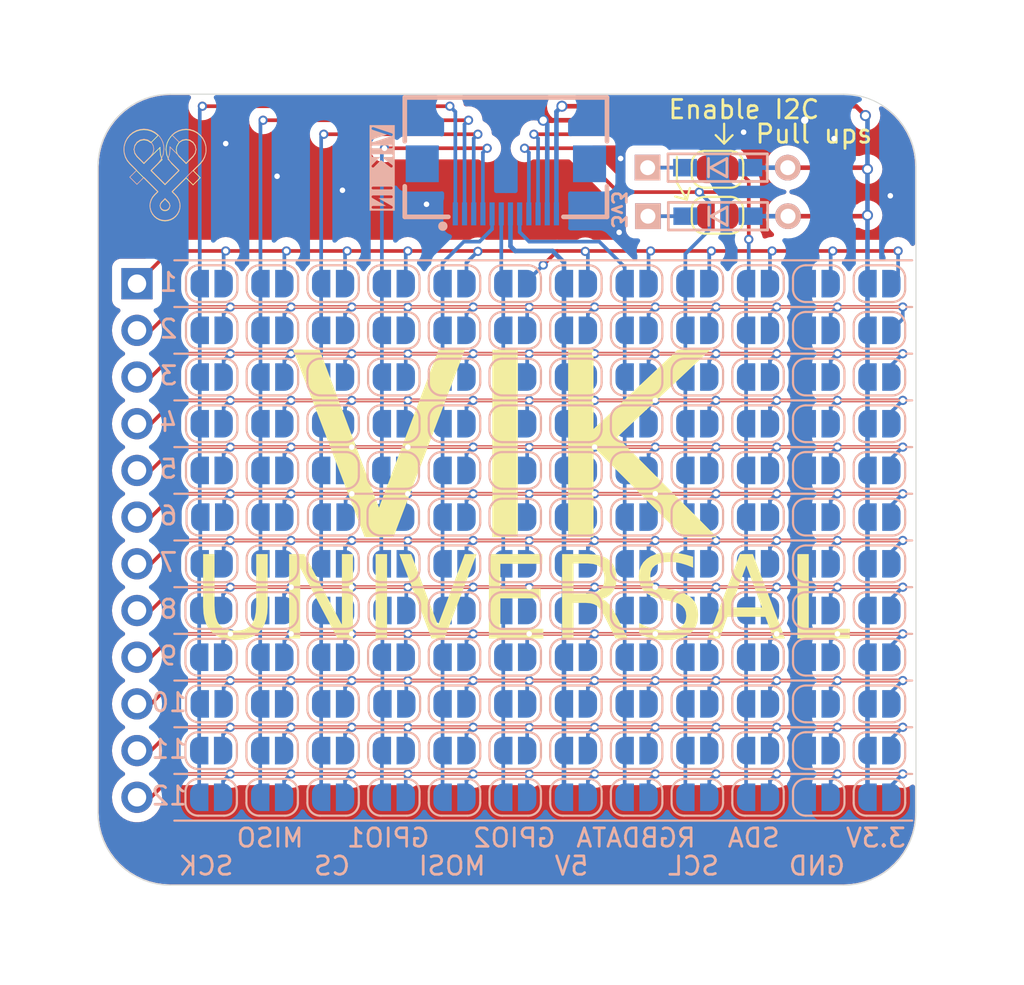
<source format=kicad_pcb>
(kicad_pcb (version 20221018) (generator pcbnew)
  (layers (0 "F.Cu" signal) (31 "B.Cu" signal) (34 "B.Paste" user) (35 "F.Paste" user) (36 "B.SilkS" user "B.Silkscreen") (37 "F.SilkS" user "F.Silkscreen") (38 "B.Mask" user) (39 "F.Mask" user) (44 "Edge.Cuts" user))
  (net 0 "")
  (net 1 "GND")
  (net 2 "VDD_5V")
  (net 3 "VDD_3.3V")
  (net 4 "CS")
  (net 5 "GPIO_AD2")
  (net 6 "RGB_LED_IN")
  (net 7 "SCLK")
  (net 8 "MOSI")
  (net 9 "MISO")
  (net 10 "SCL")
  (net 11 "SDA")
  (net 12 "Net-(J1001-Pin_1)")
  (net 13 "Net-(J1001-Pin_2)")
  (net 14 "Net-(J1001-Pin_3)")
  (net 15 "Net-(J1001-Pin_4)")
  (net 16 "Net-(J1001-Pin_5)")
  (net 17 "Net-(J1001-Pin_6)")
  (net 18 "Net-(J1001-Pin_7)")
  (net 19 "Net-(J1001-Pin_8)")
  (net 20 "Net-(J1001-Pin_9)")
  (net 21 "Net-(J1001-Pin_10)")
  (net 22 "Net-(J1001-Pin_11)")
  (net 23 "Net-(J1001-Pin_12)")
  (net 24 "GPIO_AD1")
  (net 25 "Net-(JP1145-B)")
  (net 26 "Net-(JP1146-B)")
  (footprint "local:fingerpunch-logo-small" (layer "F.Cu") (at 72.735194 90.424)
    (fp_text reference "REF**" hide)
    (fp_text value "fingerpunch-logo-small" hide)
  )
  (footprint "" (layer "F.Cu") (at 81.648 98.681999)
    (fp_text reference "")
    (fp_text value "")
  )
  (footprint "" (layer "F.Cu") (at 81.648 98.681999)
    (fp_text reference "")
    (fp_text value "")
  )
  (footprint "Jumper:SolderJumper-2_P1.3mm_Open_RoundedPad1.0x1.5mm" (layer "F.Cu") (at 102.789194 92.8 180)
    (fp_text reference "JP1145" hide)
    (fp_text value "SolderJumper_2_Open")
  )
  (footprint "Jumper:SolderJumper-2_P1.3mm_Open_RoundedPad1.0x1.5mm" (layer "F.Cu") (at 102.789194 90.3 180)
    (fp_text reference "JP1146" hide)
    (fp_text value "SolderJumper_2_Open")
  )
  (footprint "Jumper:SolderJumper-2_P1.3mm_Open_RoundedPad1.0x1.5mm" (layer "B.Cu") (at 101.691194 124.46 180)
    (fp_text reference "JP1098" hide)
    (fp_text value "Jumper_2_Open")
  )
  (footprint "Jumper:SolderJumper-2_P1.3mm_Open_RoundedPad1.0x1.5mm" (layer "B.Cu") (at 75.245194 124.46 180)
    (fp_text reference "JP1001" hide)
    (fp_text value "Jumper_2_Open")
  )
  (footprint "Jumper:SolderJumper-2_P1.3mm_Open_RoundedPad1.0x1.5mm" (layer "B.Cu") (at 95.087194 96.52 180)
    (fp_text reference "JP1077" hide)
    (fp_text value "Jumper_2_Open")
  )
  (footprint "Jumper:SolderJumper-2_P1.3mm_Open_RoundedPad1.0x1.5mm" (layer "B.Cu") (at 111.597194 111.76 180)
    (fp_text reference "JP1138" hide)
    (fp_text value "Jumper_2_Open")
  )
  (footprint "Connector_PinSocket_2.54mm:PinSocket_1x12_P2.54mm_Vertical" (layer "B.Cu") (at 71.211194 96.52 180)
    (fp_text reference "J1001" hide)
    (fp_text value "Conn_01x01_Socket")
  )
  (footprint "Jumper:SolderJumper-2_P1.3mm_Open_RoundedPad1.0x1.5mm" (layer "B.Cu") (at 91.785194 111.76 180)
    (fp_text reference "JP1061" hide)
    (fp_text value "Jumper_2_Open")
  )
  (footprint "Jumper:SolderJumper-2_P1.3mm_Open_RoundedPad1.0x1.5mm" (layer "B.Cu") (at 108.295194 116.84 180)
    (fp_text reference "JP1123" hide)
    (fp_text value "Jumper_2_Open")
  )
  (footprint "Jumper:SolderJumper-2_P1.3mm_Open_RoundedPad1.0x1.5mm" (layer "B.Cu") (at 91.785194 104.14 180)
    (fp_text reference "JP1072" hide)
    (fp_text value "Jumper_2_Open")
  )
  (footprint "Jumper:SolderJumper-2_P1.3mm_Open_RoundedPad1.0x1.5mm" (layer "B.Cu") (at 88.483194 104.14 180)
    (fp_text reference "JP1060" hide)
    (fp_text value "Jumper_2_Open")
  )
  (footprint "Jumper:SolderJumper-2_P1.3mm_Open_RoundedPad1.0x1.5mm" (layer "B.Cu") (at 98.389194 114.3 180)
    (fp_text reference "JP1088" hide)
    (fp_text value "Jumper_2_Open")
  )
  (footprint "Jumper:SolderJumper-2_P1.3mm_Open_RoundedPad1.0x1.5mm" (layer "B.Cu") (at 88.483194 111.76 180)
    (fp_text reference "JP1049" hide)
    (fp_text value "Jumper_2_Open")
  )
  (footprint "Jumper:SolderJumper-2_P1.3mm_Open_RoundedPad1.0x1.5mm" (layer "B.Cu") (at 101.691194 104.14 180)
    (fp_text reference "JP1108" hide)
    (fp_text value "Jumper_2_Open")
  )
  (footprint "Jumper:SolderJumper-2_P1.3mm_Open_RoundedPad1.0x1.5mm" (layer "B.Cu") (at 91.785194 96.52 180)
    (fp_text reference "JP1065" hide)
    (fp_text value "Jumper_2_Open")
  )
  (footprint "Jumper:SolderJumper-2_P1.3mm_Open_RoundedPad1.0x1.5mm" (layer "B.Cu") (at 78.577194 106.68 180)
    (fp_text reference "JP1023" hide)
    (fp_text value "Jumper_2_Open")
  )
  (footprint "Jumper:SolderJumper-2_P1.3mm_Open_RoundedPad1.0x1.5mm" (layer "B.Cu") (at 78.563194 121.92 180)
    (fp_text reference "JP1018" hide)
    (fp_text value "Jumper_2_Open")
  )
  (footprint "Jumper:SolderJumper-2_P1.3mm_Open_RoundedPad1.0x1.5mm" (layer "B.Cu") (at 101.691194 114.3 180)
    (fp_text reference "JP1100" hide)
    (fp_text value "Jumper_2_Open")
  )
  (footprint "Jumper:SolderJumper-2_P1.3mm_Open_RoundedPad1.0x1.5mm" (layer "B.Cu") (at 101.691194 106.68 180)
    (fp_text reference "JP1107" hide)
    (fp_text value "Jumper_2_Open")
  )
  (footprint "Jumper:SolderJumper-2_P1.3mm_Open_RoundedPad1.0x1.5mm" (layer "B.Cu") (at 108.295194 101.6 180)
    (fp_text reference "JP1129" hide)
    (fp_text value "Jumper_2_Open")
  )
  (footprint "Jumper:SolderJumper-2_P1.3mm_Open_RoundedPad1.0x1.5mm" (layer "B.Cu") (at 81.879194 104.14 180)
    (fp_text reference "JP1036" hide)
    (fp_text value "Jumper_2_Open")
  )
  (footprint "Jumper:SolderJumper-2_P1.3mm_Open_RoundedPad1.0x1.5mm" (layer "B.Cu") (at 95.087194 99.06 180)
    (fp_text reference "JP1082" hide)
    (fp_text value "Jumper_2_Open")
  )
  (footprint "Jumper:SolderJumper-2_P1.3mm_Open_RoundedPad1.0x1.5mm" (layer "B.Cu") (at 81.879194 101.6 180)
    (fp_text reference "JP1033" hide)
    (fp_text value "Jumper_2_Open")
  )
  (footprint "Jumper:SolderJumper-2_P1.3mm_Open_RoundedPad1.0x1.5mm" (layer "B.Cu") (at 111.597194 101.6 180)
    (fp_text reference "JP1142" hide)
    (fp_text value "Jumper_2_Open")
  )
  (footprint "Jumper:SolderJumper-2_P1.3mm_Open_RoundedPad1.0x1.5mm" (layer "B.Cu") (at 88.483194 101.6 180)
    (fp_text reference "JP1057" hide)
    (fp_text value "Jumper_2_Open")
  )
  (footprint "Jumper:SolderJumper-2_P1.3mm_Open_RoundedPad1.0x1.5mm" (layer "B.Cu") (at 104.993194 114.3 180)
    (fp_text reference "JP1112" hide)
    (fp_text value "Jumper_2_Open")
  )
  (footprint "Jumper:SolderJumper-2_P1.3mm_Open_RoundedPad1.0x1.5mm" (layer "B.Cu") (at 81.879194 119.38 180)
    (fp_text reference "JP1031" hide)
    (fp_text value "Jumper_2_Open")
  )
  (footprint "Jumper:SolderJumper-2_P1.3mm_Open_RoundedPad1.0x1.5mm" (layer "B.Cu") (at 88.483194 124.46 180)
    (fp_text reference "JP1050" hide)
    (fp_text value "Jumper_2_Open")
  )
  (footprint "Jumper:SolderJumper-2_P1.3mm_Open_RoundedPad1.0x1.5mm" (layer "B.Cu") (at 81.879194 121.92 180)
    (fp_text reference "JP1030" hide)
    (fp_text value "Jumper_2_Open")
  )
  (footprint "Jumper:SolderJumper-2_P1.3mm_Open_RoundedPad1.0x1.5mm" (layer "B.Cu") (at 81.909194 109.22 180)
    (fp_text reference "JP1032" hide)
    (fp_text value "Jumper_2_Open")
  )
  (footprint "Jumper:SolderJumper-2_P1.3mm_Open_RoundedPad1.0x1.5mm" (layer "B.Cu") (at 88.483194 119.38 180)
    (fp_text reference "JP1055" hide)
    (fp_text value "Jumper_2_Open")
  )
  (footprint "Jumper:SolderJumper-2_P1.3mm_Open_RoundedPad1.0x1.5mm" (layer "B.Cu") (at 104.993194 106.68 180)
    (fp_text reference "JP1119" hide)
    (fp_text value "Jumper_2_Open")
  )
  (footprint "Jumper:SolderJumper-2_P1.3mm_Open_RoundedPad1.0x1.5mm" (layer "B.Cu") (at 78.577194 116.84 180)
    (fp_text reference "JP1015" hide)
    (fp_text value "Jumper_2_Open")
  )
  (footprint "Jumper:SolderJumper-2_P1.3mm_Open_RoundedPad1.0x1.5mm" (layer "B.Cu") (at 111.597194 96.52 180)
    (fp_text reference "JP1144" hide)
    (fp_text value "Jumper_2_Open")
  )
  (footprint "Jumper:SolderJumper-2_P1.3mm_Open_RoundedPad1.0x1.5mm" (layer "B.Cu") (at 104.993194 104.14 180)
    (fp_text reference "JP1120" hide)
    (fp_text value "Jumper_2_Open")
  )
  (footprint "Jumper:SolderJumper-2_P1.3mm_Open_RoundedPad1.0x1.5mm" (layer "B.Cu") (at 108.295194 96.52 180)
    (fp_text reference "JP1125" hide)
    (fp_text value "Jumper_2_Open")
  )
  (footprint "Jumper:SolderJumper-2_P1.3mm_Open_RoundedPad1.0x1.5mm" (layer "B.Cu") (at 111.597194 116.84 180)
    (fp_text reference "JP1136" hide)
    (fp_text value "Jumper_2_Open")
  )
  (footprint "Jumper:SolderJumper-2_P1.3mm_Open_RoundedPad1.0x1.5mm" (layer "B.Cu") (at 108.295194 124.46 180)
    (fp_text reference "JP1122" hide)
    (fp_text value "Jumper_2_Open")
  )
  (footprint "Jumper:SolderJumper-2_P1.3mm_Open_RoundedPad1.0x1.5mm" (layer "B.Cu") (at 81.879194 124.46 180)
    (fp_text reference "JP1026" hide)
    (fp_text value "Jumper_2_Open")
  )
  (footprint "Jumper:SolderJumper-2_P1.3mm_Open_RoundedPad1.0x1.5mm" (layer "B.Cu") (at 101.691194 96.52 180)
    (fp_text reference "JP1101" hide)
    (fp_text value "Jumper_2_Open")
  )
  (footprint "Jumper:SolderJumper-2_P1.3mm_Open_RoundedPad1.0x1.5mm" (layer "B.Cu") (at 88.483194 96.52 180)
    (fp_text reference "JP1053" hide)
    (fp_text value "Jumper_2_Open")
  )
  (footprint "Jumper:SolderJumper-2_P1.3mm_Open_RoundedPad1.0x1.5mm" (layer "B.Cu") (at 88.483194 109.22 180)
    (fp_text reference "JP1056" hide)
    (fp_text value "Jumper_2_Open")
  )
  (footprint "Jumper:SolderJumper-2_P1.3mm_Open_RoundedPad1.0x1.5mm" (layer "B.Cu") (at 108.295194 104.14 180)
    (fp_text reference "JP1132" hide)
    (fp_text value "Jumper_2_Open")
  )
  (footprint "Jumper:SolderJumper-2_P1.3mm_Open_RoundedPad1.0x1.5mm" (layer "B.Cu") (at 78.577194 101.6 180)
    (fp_text reference "JP1021" hide)
    (fp_text value "Jumper_2_Open")
  )
  (footprint "Jumper:SolderJumper-2_P1.3mm_Open_RoundedPad1.0x1.5mm" (layer "B.Cu") (at 85.181194 99.06 180)
    (fp_text reference "JP1046" hide)
    (fp_text value "Jumper_2_Open")
  )
  (footprint "Jumper:SolderJumper-2_P1.3mm_Open_RoundedPad1.0x1.5mm" (layer "B.Cu") (at 78.563194 119.38 180)
    (fp_text reference "JP1019" hide)
    (fp_text value "Jumper_2_Open")
  )
  (footprint "Jumper:SolderJumper-2_P1.3mm_Open_RoundedPad1.0x1.5mm" (layer "B.Cu") (at 108.295194 114.3 180)
    (fp_text reference "JP1124" hide)
    (fp_text value "Jumper_2_Open")
  )
  (footprint "Jumper:SolderJumper-2_P1.3mm_Open_RoundedPad1.0x1.5mm" (layer "B.Cu") (at 108.295194 109.22 180)
    (fp_text reference "JP1128" hide)
    (fp_text value "Jumper_2_Open")
  )
  (footprint "Jumper:SolderJumper-2_P1.3mm_Open_RoundedPad1.0x1.5mm" (layer "B.Cu") (at 95.087194 116.84 180)
    (fp_text reference "JP1075" hide)
    (fp_text value "Jumper_2_Open")
  )
  (footprint "Jumper:SolderJumper-2_P1.3mm_Open_RoundedPad1.0x1.5mm" (layer "B.Cu") (at 85.181194 121.92 180)
    (fp_text reference "JP1042" hide)
    (fp_text value "Jumper_2_Open")
  )
  (footprint "Jumper:SolderJumper-2_P1.3mm_Open_RoundedPad1.0x1.5mm" (layer "B.Cu") (at 98.389194 124.46 180)
    (fp_text reference "JP1086" hide)
    (fp_text value "Jumper_2_Open")
  )
  (footprint "Jumper:SolderJumper-2_P1.3mm_Open_RoundedPad1.0x1.5mm" (layer "B.Cu") (at 108.295194 106.68 180)
    (fp_text reference "JP1131" hide)
    (fp_text value "Jumper_2_Open")
  )
  (footprint "Jumper:SolderJumper-2_P1.3mm_Open_RoundedPad1.0x1.5mm" (layer "B.Cu") (at 85.181194 96.52 180)
    (fp_text reference "JP1041" hide)
    (fp_text value "Jumper_2_Open")
  )
  (footprint "Jumper:SolderJumper-2_P1.3mm_Open_RoundedPad1.0x1.5mm" (layer "B.Cu") (at 81.879194 111.76 180)
    (fp_text reference "JP1025" hide)
    (fp_text value "Jumper_2_Open")
  )
  (footprint "Jumper:SolderJumper-2_P1.3mm_Open_RoundedPad1.0x1.5mm" (layer "B.Cu") (at 111.597194 124.46 180)
    (fp_text reference "JP1133" hide)
    (fp_text value "Jumper_2_Open")
  )
  (footprint "Jumper:SolderJumper-2_P1.3mm_Open_RoundedPad1.0x1.5mm" (layer "B.Cu") (at 88.483194 114.3 180)
    (fp_text reference "JP1052" hide)
    (fp_text value "Jumper_2_Open")
  )
  (footprint "Jumper:SolderJumper-2_P1.3mm_Open_RoundedPad1.0x1.5mm" (layer "B.Cu") (at 91.785194 106.68 180)
    (fp_text reference "JP1071" hide)
    (fp_text value "Jumper_2_Open")
  )
  (footprint "Jumper:SolderJumper-2_P1.3mm_Open_RoundedPad1.0x1.5mm" (layer "B.Cu") (at 108.295194 119.38 180)
    (fp_text reference "JP1127" hide)
    (fp_text value "Jumper_2_Open")
  )
  (footprint "Jumper:SolderJumper-2_P1.3mm_Open_RoundedPad1.0x1.5mm" (layer "B.Cu") (at 85.181194 124.46 180)
    (fp_text reference "JP1038" hide)
    (fp_text value "Jumper_2_Open")
  )
  (footprint "Jumper:SolderJumper-2_P1.3mm_Open_RoundedPad1.0x1.5mm" (layer "B.Cu") (at 111.597194 99.06 180)
    (fp_text reference "JP1143" hide)
    (fp_text value "Jumper_2_Open")
  )
  (footprint "local:D3_TH_SMD" (layer "B.Cu") (at 102.814194 92.85)
    (fp_text reference "R1001" hide)
    (fp_text value "4.7k" hide)
  )
  (footprint "Jumper:SolderJumper-2_P1.3mm_Open_RoundedPad1.0x1.5mm" (layer "B.Cu") (at 78.563194 114.3 180)
    (fp_text reference "JP1016" hide)
    (fp_text value "Jumper_2_Open")
  )
  (footprint "Jumper:SolderJumper-2_P1.3mm_Open_RoundedPad1.0x1.5mm" (layer "B.Cu") (at 104.993194 119.38 180)
    (fp_text reference "JP1115" hide)
    (fp_text value "Jumper_2_Open")
  )
  (footprint "Jumper:SolderJumper-2_P1.3mm_Open_RoundedPad1.0x1.5mm" (layer "B.Cu") (at 91.785194 99.06 180)
    (fp_text reference "JP1070" hide)
    (fp_text value "Jumper_2_Open")
  )
  (footprint "Jumper:SolderJumper-2_P1.3mm_Open_RoundedPad1.0x1.5mm" (layer "B.Cu") (at 81.879194 106.68 180)
    (fp_text reference "JP1035" hide)
    (fp_text value "Jumper_2_Open")
  )
  (footprint "Jumper:SolderJumper-2_P1.3mm_Open_RoundedPad1.0x1.5mm" (layer "B.Cu") (at 91.785194 114.3 180)
    (fp_text reference "JP1064" hide)
    (fp_text value "Jumper_2_Open")
  )
  (footprint "Jumper:SolderJumper-2_P1.3mm_Open_RoundedPad1.0x1.5mm" (layer "B.Cu") (at 91.785194 124.46 180)
    (fp_text reference "JP1062" hide)
    (fp_text value "Jumper_2_Open")
  )
  (footprint "Jumper:SolderJumper-2_P1.3mm_Open_RoundedPad1.0x1.5mm" (layer "B.Cu") (at 104.993194 101.6 180)
    (fp_text reference "JP1117" hide)
    (fp_text value "Jumper_2_Open")
  )
  (footprint "Jumper:SolderJumper-2_P1.3mm_Open_RoundedPad1.0x1.5mm" (layer "B.Cu") (at 91.785194 109.22 180)
    (fp_text reference "JP1068" hide)
    (fp_text value "Jumper_2_Open")
  )
  (footprint "Jumper:SolderJumper-2_P1.3mm_Open_RoundedPad1.0x1.5mm" (layer "B.Cu") (at 91.785194 121.92 180)
    (fp_text reference "JP1066" hide)
    (fp_text value "Jumper_2_Open")
  )
  (footprint "Jumper:SolderJumper-2_P1.3mm_Open_RoundedPad1.0x1.5mm" (layer "B.Cu") (at 85.151194 106.68 180)
    (fp_text reference "JP1047" hide)
    (fp_text value "Jumper_2_Open")
  )
  (footprint "Jumper:SolderJumper-2_P1.3mm_Open_RoundedPad1.0x1.5mm" (layer "B.Cu") (at 75.275194 106.68 180)
    (fp_text reference "JP1011" hide)
    (fp_text value "Jumper_2_Open")
  )
  (footprint "Jumper:SolderJumper-2_P1.3mm_Open_RoundedPad1.0x1.5mm" (layer "B.Cu") (at 101.691194 111.76 180)
    (fp_text reference "JP1097" hide)
    (fp_text value "Jumper_2_Open")
  )
  (footprint "Jumper:SolderJumper-2_P1.3mm_Open_RoundedPad1.0x1.5mm" (layer "B.Cu") (at 91.785194 119.38 180)
    (fp_text reference "JP1067" hide)
    (fp_text value "Jumper_2_Open")
  )
  (footprint "Jumper:SolderJumper-2_P1.3mm_Open_RoundedPad1.0x1.5mm" (layer "B.Cu") (at 104.993194 124.46 180)
    (fp_text reference "JP1110" hide)
    (fp_text value "Jumper_2_Open")
  )
  (footprint "Jumper:SolderJumper-2_P1.3mm_Open_RoundedPad1.0x1.5mm" (layer "B.Cu") (at 98.389194 116.84 180)
    (fp_text reference "JP1087" hide)
    (fp_text value "Jumper_2_Open")
  )
  (footprint "Jumper:SolderJumper-2_P1.3mm_Open_RoundedPad1.0x1.5mm" (layer "B.Cu") (at 95.087194 109.22 180)
    (fp_text reference "JP1080" hide)
    (fp_text value "Jumper_2_Open")
  )
  (footprint "Jumper:SolderJumper-2_P1.3mm_Open_RoundedPad1.0x1.5mm" (layer "B.Cu") (at 95.087194 124.46 180)
    (fp_text reference "JP1074" hide)
    (fp_text value "Jumper_2_Open")
  )
  (footprint "Jumper:SolderJumper-2_P1.3mm_Open_RoundedPad1.0x1.5mm" (layer "B.Cu") (at 95.087194 119.38 180)
    (fp_text reference "JP1079" hide)
    (fp_text value "Jumper_2_Open")
  )
  (footprint "Jumper:SolderJumper-2_P1.3mm_Open_RoundedPad1.0x1.5mm" (layer "B.Cu") (at 85.181194 101.6 180)
    (fp_text reference "JP1045" hide)
    (fp_text value "Jumper_2_Open")
  )
  (footprint "Jumper:SolderJumper-2_P1.3mm_Open_RoundedPad1.0x1.5mm" (layer "B.Cu") (at 111.597194 114.3 180)
    (fp_text reference "JP1137" hide)
    (fp_text value "Jumper_2_Open")
  )
  (footprint "Jumper:SolderJumper-2_P1.3mm_Open_RoundedPad1.0x1.5mm" (layer "B.Cu") (at 85.151194 109.22 180)
    (fp_text reference "JP1044" hide)
    (fp_text value "Jumper_2_Open")
  )
  (footprint "Jumper:SolderJumper-2_P1.3mm_Open_RoundedPad1.0x1.5mm" (layer "B.Cu") (at 78.577194 104.14 180)
    (fp_text reference "JP1024" hide)
    (fp_text value "Jumper_2_Open")
  )
  (footprint "Jumper:SolderJumper-2_P1.3mm_Open_RoundedPad1.0x1.5mm" (layer "B.Cu") (at 88.483194 99.06 180)
    (fp_text reference "JP1058" hide)
    (fp_text value "Jumper_2_Open")
  )
  (footprint "Jumper:SolderJumper-2_P1.3mm_Open_RoundedPad1.0x1.5mm" (layer "B.Cu") (at 104.993194 121.92 180)
    (fp_text reference "JP1114" hide)
    (fp_text value "Jumper_2_Open")
  )
  (footprint "Jumper:SolderJumper-2_P1.3mm_Open_RoundedPad1.0x1.5mm" (layer "B.Cu") (at 104.993194 99.06 180)
    (fp_text reference "JP1118" hide)
    (fp_text value "Jumper_2_Open")
  )
  (footprint "Jumper:SolderJumper-2_P1.3mm_Open_RoundedPad1.0x1.5mm" (layer "B.Cu") (at 101.691194 121.92 180)
    (fp_text reference "JP1102" hide)
    (fp_text value "Jumper_2_Open")
  )
  (footprint "Jumper:SolderJumper-2_P1.3mm_Open_RoundedPad1.0x1.5mm" (layer "B.Cu") (at 95.087194 111.76 180)
    (fp_text reference "JP1073" hide)
    (fp_text value "Jumper_2_Open")
  )
  (footprint "Jumper:SolderJumper-2_P1.3mm_Open_RoundedPad1.0x1.5mm" (layer "B.Cu") (at 78.563194 124.46 180)
    (fp_text reference "JP1014" hide)
    (fp_text value "Jumper_2_Open")
  )
  (footprint "Jumper:SolderJumper-2_P1.3mm_Open_RoundedPad1.0x1.5mm" (layer "B.Cu") (at 111.597194 104.14 180)
    (fp_text reference "JP1141" hide)
    (fp_text value "Jumper_2_Open")
  )
  (footprint "Jumper:SolderJumper-2_P1.3mm_Open_RoundedPad1.0x1.5mm" (layer "B.Cu") (at 95.087194 114.3 180)
    (fp_text reference "JP1076" hide)
    (fp_text value "Jumper_2_Open")
  )
  (footprint "Jumper:SolderJumper-2_P1.3mm_Open_RoundedPad1.0x1.5mm" (layer "B.Cu") (at 75.305194 109.22 180)
    (fp_text reference "JP1008" hide)
    (fp_text value "Jumper_2_Open")
  )
  (footprint "Jumper:SolderJumper-2_P1.3mm_Open_RoundedPad1.0x1.5mm" (layer "B.Cu") (at 98.389194 99.06 180)
    (fp_text reference "JP1094" hide)
    (fp_text value "Jumper_2_Open")
  )
  (footprint "Jumper:SolderJumper-2_P1.3mm_Open_RoundedPad1.0x1.5mm" (layer "B.Cu") (at 98.389194 109.22 180)
    (fp_text reference "JP1092" hide)
    (fp_text value "Jumper_2_Open")
  )
  (footprint "Jumper:SolderJumper-2_P1.3mm_Open_RoundedPad1.0x1.5mm" (layer "B.Cu") (at 81.879194 114.3 180)
    (fp_text reference "JP1028" hide)
    (fp_text value "Jumper_2_Open")
  )
  (footprint "Jumper:SolderJumper-2_P1.3mm_Open_RoundedPad1.0x1.5mm" (layer "B.Cu") (at 75.275194 111.76 180)
    (fp_text reference "JP1006" hide)
    (fp_text value "Jumper_2_Open")
  )
  (footprint "Jumper:SolderJumper-2_P1.3mm_Open_RoundedPad1.0x1.5mm" (layer "B.Cu") (at 111.597194 106.68 180)
    (fp_text reference "JP1140" hide)
    (fp_text value "Jumper_2_Open")
  )
  (footprint "Jumper:SolderJumper-2_P1.3mm_Open_RoundedPad1.0x1.5mm" (layer "B.Cu") (at 75.245194 114.3 180)
    (fp_text reference "JP1005" hide)
    (fp_text value "Jumper_2_Open")
  )
  (footprint "Jumper:SolderJumper-2_P1.3mm_Open_RoundedPad1.0x1.5mm" (layer "B.Cu") (at 88.483194 116.84 180)
    (fp_text reference "JP1051" hide)
    (fp_text value "Jumper_2_Open")
  )
  (footprint "Jumper:SolderJumper-2_P1.3mm_Open_RoundedPad1.0x1.5mm" (layer "B.Cu") (at 98.389194 106.68 180)
    (fp_text reference "JP1095" hide)
    (fp_text value "Jumper_2_Open")
  )
  (footprint "Jumper:SolderJumper-2_P1.3mm_Open_RoundedPad1.0x1.5mm" (layer "B.Cu") (at 98.389194 121.92 180)
    (fp_text reference "JP1090" hide)
    (fp_text value "Jumper_2_Open")
  )
  (footprint "Jumper:SolderJumper-2_P1.3mm_Open_RoundedPad1.0x1.5mm" (layer "B.Cu") (at 98.389194 119.38 180)
    (fp_text reference "JP1091" hide)
    (fp_text value "Jumper_2_Open")
  )
  (footprint "Jumper:SolderJumper-2_P1.3mm_Open_RoundedPad1.0x1.5mm" (layer "B.Cu") (at 98.389194 96.52 180)
    (fp_text reference "JP1089" hide)
    (fp_text value "Jumper_2_Open")
  )
  (footprint "Jumper:SolderJumper-2_P1.3mm_Open_RoundedPad1.0x1.5mm" (layer "B.Cu") (at 108.295194 111.76 180)
    (fp_text reference "JP1121" hide)
    (fp_text value "Jumper_2_Open")
  )
  (footprint "Jumper:SolderJumper-2_P1.3mm_Open_RoundedPad1.0x1.5mm" (layer "B.Cu") (at 88.483194 121.92 180)
    (fp_text reference "JP1054" hide)
    (fp_text value "Jumper_2_Open")
  )
  (footprint "Jumper:SolderJumper-2_P1.3mm_Open_RoundedPad1.0x1.5mm" (layer "B.Cu") (at 85.211194 119.38 180)
    (fp_text reference "JP1043" hide)
    (fp_text value "Jumper_2_Open")
  )
  (footprint "Jumper:SolderJumper-2_P1.3mm_Open_RoundedPad1.0x1.5mm" (layer "B.Cu") (at 111.597194 109.22 180)
    (fp_text reference "JP1139" hide)
    (fp_text value "Jumper_2_Open")
  )
  (footprint "Jumper:SolderJumper-2_P1.3mm_Open_RoundedPad1.0x1.5mm" (layer "B.Cu") (at 101.691194 101.6 180)
    (fp_text reference "JP1105" hide)
    (fp_text value "Jumper_2_Open")
  )
  (footprint "Jumper:SolderJumper-2_P1.3mm_Open_RoundedPad1.0x1.5mm" (layer "B.Cu") (at 108.295194 99.06 180)
    (fp_text reference "JP1130" hide)
    (fp_text value "Jumper_2_Open")
  )
  (footprint "Jumper:SolderJumper-2_P1.3mm_Open_RoundedPad1.0x1.5mm" (layer "B.Cu") (at 101.691194 109.22 180)
    (fp_text reference "JP1104" hide)
    (fp_text value "Jumper_2_Open")
  )
  (footprint "Jumper:SolderJumper-2_P1.3mm_Open_RoundedPad1.0x1.5mm" (layer "B.Cu") (at 91.785194 116.84 180)
    (fp_text reference "JP1063" hide)
    (fp_text value "Jumper_2_Open")
  )
  (footprint "Jumper:SolderJumper-2_P1.3mm_Open_RoundedPad1.0x1.5mm" (layer "B.Cu") (at 95.087194 101.6 180)
    (fp_text reference "JP1081" hide)
    (fp_text value "Jumper_2_Open")
  )
  (footprint "Jumper:SolderJumper-2_P1.3mm_Open_RoundedPad1.0x1.5mm" (layer "B.Cu") (at 98.389194 104.14 180)
    (fp_text reference "JP1096" hide)
    (fp_text value "Jumper_2_Open")
  )
  (footprint "Jumper:SolderJumper-2_P1.3mm_Open_RoundedPad1.0x1.5mm" (layer "B.Cu") (at 85.181194 104.14 180)
    (fp_text reference "JP1048" hide)
    (fp_text value "Jumper_2_Open")
  )
  (footprint "vik:vik-module-connector-horizontal" (layer "B.Cu") (at 91.277194 90.686)
    (fp_text reference "J1003" hide)
    (fp_text value "~" hide)
  )
  (footprint "Jumper:SolderJumper-2_P1.3mm_Open_RoundedPad1.0x1.5mm" (layer "B.Cu") (at 111.597194 121.92 180)
    (fp_text reference "JP1134" hide)
    (fp_text value "Jumper_2_Open")
  )
  (footprint "Jumper:SolderJumper-2_P1.3mm_Open_RoundedPad1.0x1.5mm" (layer "B.Cu") (at 75.245194 116.84 180)
    (fp_text reference "JP1004" hide)
    (fp_text value "Jumper_2_Open")
  )
  (footprint "local:fingerpunch-logo-small" (layer "B.Cu") (at 72.735194 90.394 180)
    (fp_text reference "REF**" hide)
    (fp_text value "fingerpunch-logo-small" hide)
  )
  (footprint "Jumper:SolderJumper-2_P1.3mm_Open_RoundedPad1.0x1.5mm" (layer "B.Cu") (at 98.389194 111.76 180)
    (fp_text reference "JP1085" hide)
    (fp_text value "Jumper_2_Open")
  )
  (footprint "Jumper:SolderJumper-2_P1.3mm_Open_RoundedPad1.0x1.5mm" (layer "B.Cu") (at 104.993194 111.76 180)
    (fp_text reference "JP1109" hide)
    (fp_text value "Jumper_2_Open")
  )
  (footprint "Jumper:SolderJumper-2_P1.3mm_Open_RoundedPad1.0x1.5mm" (layer "B.Cu") (at 75.275194 96.52 180)
    (fp_text reference "JP1007" hide)
    (fp_text value "Jumper_2_Open")
  )
  (footprint "Jumper:SolderJumper-2_P1.3mm_Open_RoundedPad1.0x1.5mm" (layer "B.Cu") (at 75.275194 101.6 180)
    (fp_text reference "JP1009" hide)
    (fp_text value "Jumper_2_Open")
  )
  (footprint "Jumper:SolderJumper-2_P1.3mm_Open_RoundedPad1.0x1.5mm" (layer "B.Cu") (at 108.295194 121.92 180)
    (fp_text reference "JP1126" hide)
    (fp_text value "Jumper_2_Open")
  )
  (footprint "Jumper:SolderJumper-2_P1.3mm_Open_RoundedPad1.0x1.5mm" (layer "B.Cu") (at 95.087194 121.92 180)
    (fp_text reference "JP1078" hide)
    (fp_text value "Jumper_2_Open")
  )
  (footprint "Jumper:SolderJumper-2_P1.3mm_Open_RoundedPad1.0x1.5mm" (layer "B.Cu") (at 78.577194 111.76 180)
    (fp_text reference "JP1013" hide)
    (fp_text value "Jumper_2_Open")
  )
  (footprint "local:D3_TH_SMD" (layer "B.Cu") (at 102.799194 90.21)
    (fp_text reference "R1002" hide)
    (fp_text value "4.7k" hide)
  )
  (footprint "Jumper:SolderJumper-2_P1.3mm_Open_RoundedPad1.0x1.5mm" (layer "B.Cu") (at 88.483194 106.68 180)
    (fp_text reference "JP1059" hide)
    (fp_text value "Jumper_2_Open")
  )
  (footprint "Jumper:SolderJumper-2_P1.3mm_Open_RoundedPad1.0x1.5mm" (layer "B.Cu") (at 101.691194 116.84 180)
    (fp_text reference "JP1099" hide)
    (fp_text value "Jumper_2_Open")
  )
  (footprint "Jumper:SolderJumper-2_P1.3mm_Open_RoundedPad1.0x1.5mm" (layer "B.Cu") (at 95.087194 104.14 180)
    (fp_text reference "JP1084" hide)
    (fp_text value "Jumper_2_Open")
  )
  (footprint "Jumper:SolderJumper-2_P1.3mm_Open_RoundedPad1.0x1.5mm" (layer "B.Cu") (at 81.879194 99.06 180)
    (fp_text reference "JP1034" hide)
    (fp_text value "Jumper_2_Open")
  )
  (footprint "Jumper:SolderJumper-2_P1.3mm_Open_RoundedPad1.0x1.5mm" (layer "B.Cu") (at 78.577194 99.06 180)
    (fp_text reference "JP1022" hide)
    (fp_text value "Jumper_2_Open")
  )
  (footprint "Jumper:SolderJumper-2_P1.3mm_Open_RoundedPad1.0x1.5mm" (layer "B.Cu") (at 98.389194 101.6 180)
    (fp_text reference "JP1093" hide)
    (fp_text value "Jumper_2_Open")
  )
  (footprint "Jumper:SolderJumper-2_P1.3mm_Open_RoundedPad1.0x1.5mm" (layer "B.Cu") (at 81.879194 116.84 180)
    (fp_text reference "JP1027" hide)
    (fp_text value "Jumper_2_Open")
  )
  (footprint "Jumper:SolderJumper-2_P1.3mm_Open_RoundedPad1.0x1.5mm" (layer "B.Cu") (at 85.181194 111.76 180)
    (fp_text reference "JP1037" hide)
    (fp_text value "Jumper_2_Open")
  )
  (footprint "Jumper:SolderJumper-2_P1.3mm_Open_RoundedPad1.0x1.5mm" (layer "B.Cu") (at 75.275194 104.14 180)
    (fp_text reference "JP1012" hide)
    (fp_text value "Jumper_2_Open")
  )
  (footprint "Jumper:SolderJumper-2_P1.3mm_Open_RoundedPad1.0x1.5mm" (layer "B.Cu") (at 101.691194 119.38 180)
    (fp_text reference "JP1103" hide)
    (fp_text value "Jumper_2_Open")
  )
  (footprint "Jumper:SolderJumper-2_P1.3mm_Open_RoundedPad1.0x1.5mm" (layer "B.Cu") (at 95.087194 106.68 180)
    (fp_text reference "JP1083" hide)
    (fp_text value "Jumper_2_Open")
  )
  (footprint "Jumper:SolderJumper-2_P1.3mm_Open_RoundedPad1.0x1.5mm" (layer "B.Cu") (at 75.275194 99.06 180)
    (fp_text reference "JP1010" hide)
    (fp_text value "Jumper_2_Open")
  )
  (footprint "Jumper:SolderJumper-2_P1.3mm_Open_RoundedPad1.0x1.5mm" (layer "B.Cu") (at 101.691194 99.06 180)
    (fp_text reference "JP1106" hide)
    (fp_text value "Jumper_2_Open")
  )
  (footprint "Jumper:SolderJumper-2_P1.3mm_Open_RoundedPad1.0x1.5mm" (layer "B.Cu") (at 75.245194 121.92 180)
    (fp_text reference "JP1002" hide)
    (fp_text value "Jumper_2_Open")
  )
  (footprint "Jumper:SolderJumper-2_P1.3mm_Open_RoundedPad1.0x1.5mm" (layer "B.Cu") (at 85.181194 116.84 180)
    (fp_text reference "JP1039" hide)
    (fp_text value "Jumper_2_Open")
  )
  (footprint "Jumper:SolderJumper-2_P1.3mm_Open_RoundedPad1.0x1.5mm" (layer "B.Cu") (at 78.577194 109.22 180)
    (fp_text reference "JP1020" hide)
    (fp_text value "Jumper_2_Open")
  )
  (footprint "Jumper:SolderJumper-2_P1.3mm_Open_RoundedPad1.0x1.5mm" (layer "B.Cu") (at 91.785194 101.6 180)
    (fp_text reference "JP1069" hide)
    (fp_text value "Jumper_2_Open")
  )
  (footprint "Jumper:SolderJumper-2_P1.3mm_Open_RoundedPad1.0x1.5mm" (layer "B.Cu") (at 78.577194 96.52 180)
    (fp_text reference "JP1017" hide)
    (fp_text value "Jumper_2_Open")
  )
  (footprint "Jumper:SolderJumper-2_P1.3mm_Open_RoundedPad1.0x1.5mm" (layer "B.Cu") (at 104.993194 116.84 180)
    (fp_text reference "JP1111" hide)
    (fp_text value "Jumper_2_Open")
  )
  (footprint "Jumper:SolderJumper-2_P1.3mm_Open_RoundedPad1.0x1.5mm" (layer "B.Cu") (at 85.211194 114.3 180)
    (fp_text reference "JP1040" hide)
    (fp_text value "Jumper_2_Open")
  )
  (footprint "Jumper:SolderJumper-2_P1.3mm_Open_RoundedPad1.0x1.5mm" (layer "B.Cu") (at 81.879194 96.52 180)
    (fp_text reference "JP1029" hide)
    (fp_text value "Jumper_2_Open")
  )
  (footprint "Jumper:SolderJumper-2_P1.3mm_Open_RoundedPad1.0x1.5mm" (layer "B.Cu") (at 104.993194 96.52 180)
    (fp_text reference "JP1113" hide)
    (fp_text value "Jumper_2_Open")
  )
  (footprint "Jumper:SolderJumper-2_P1.3mm_Open_RoundedPad1.0x1.5mm" (layer "B.Cu") (at 111.597194 119.38 180)
    (fp_text reference "JP1135" hide)
    (fp_text value "Jumper_2_Open")
  )
  (footprint "Jumper:SolderJumper-2_P1.3mm_Open_RoundedPad1.0x1.5mm" (layer "B.Cu") (at 104.993194 109.22 180)
    (fp_text reference "JP1116" hide)
    (fp_text value "Jumper_2_Open")
  )
  (footprint "Jumper:SolderJumper-2_P1.3mm_Open_RoundedPad1.0x1.5mm" (layer "B.Cu") (at 75.275194 119.38 180)
    (fp_text reference "JP1003" hide)
    (fp_text value "Jumper_2_Open")
  )
  (gr_line (start 73.243194 107.95) (end 113.375194 107.95) (stroke (width 0.12)) (layer "B.SilkS"))
  (gr_line (start 73.243194 97.79) (end 113.375194 97.79) (stroke (width 0.12)) (layer "B.SilkS"))
  (gr_line (start 73.243194 100.33) (end 113.375194 100.33) (stroke (width 0.12)) (layer "B.SilkS"))
  (gr_line (start 73.243194 125.73) (end 113.375194 125.73) (stroke (width 0.12)) (layer "B.SilkS"))
  (gr_line (start 73.243194 95.25) (end 113.375194 95.25) (stroke (width 0.12)) (layer "B.SilkS"))
  (gr_line (start 73.243194 105.41) (end 113.375194 105.41) (stroke (width 0.12)) (layer "B.SilkS"))
  (gr_line (start 73.243194 120.65) (end 113.375194 120.65) (stroke (width 0.12)) (layer "B.SilkS"))
  (gr_line (start 73.243194 113.03) (end 113.375194 113.03) (stroke (width 0.12)) (layer "B.SilkS"))
  (gr_line (start 73.243194 118.11) (end 113.375194 118.11) (stroke (width 0.12)) (layer "B.SilkS"))
  (gr_line (start 73.243194 123.19) (end 113.375194 123.19) (stroke (width 0.12)) (layer "B.SilkS"))
  (gr_line (start 73.243194 115.57) (end 113.375194 115.57) (stroke (width 0.12)) (layer "B.SilkS"))
  (gr_line (start 73.243194 102.87) (end 113.375194 102.87) (stroke (width 0.12)) (layer "B.SilkS"))
  (gr_line (start 73.243194 110.49) (end 113.375194 110.49) (stroke (width 0.12)) (layer "B.SilkS"))
  (gr_line (start 100.579194 91.012346) (end 100.579194 89.62) (stroke (width 0.12)) (layer "F.SilkS"))
  (gr_line (start 101.119194 91.947653) (end 100.490822 91.779282) (stroke (width 0.12)) (layer "F.SilkS"))
  (gr_line (start 100.579194 91.012346) (end 101.119194 91.947653) (stroke (width 0.12)) (layer "F.SilkS"))
  (gr_line (start 103.149194 87.82) (end 103.149194 88.9) (stroke (width 0.12)) (layer "F.SilkS"))
  (gr_line (start 101.119194 91.947653) (end 101.287565 91.319281) (stroke (width 0.12)) (layer "F.SilkS"))
  (gr_line (start 103.149194 88.9) (end 102.689194 88.44) (stroke (width 0.12)) (layer "F.SilkS"))
  (gr_line (start 103.149194 88.9) (end 103.609194 88.44) (stroke (width 0.12)) (layer "F.SilkS"))
  (gr_arc (start 109.644194 86.212271) (mid 112.430173 87.366272) (end 113.584194 90.152271) (stroke (width 0.05)) (layer "Edge.Cuts"))
  (gr_line (start 69.084194 90.152271) (end 69.084194 125.302271) (stroke (width 0.05)) (layer "Edge.Cuts"))
  (gr_line (start 113.584194 125.302271) (end 113.584194 90.152271) (stroke (width 0.05)) (layer "Edge.Cuts"))
  (gr_line (start 109.644194 86.212271) (end 73.024194 86.212271) (stroke (width 0.05)) (layer "Edge.Cuts"))
  (gr_arc (start 73.024194 129.242271) (mid 70.238172 128.088274) (end 69.084194 125.302271) (stroke (width 0.05)) (layer "Edge.Cuts"))
  (gr_line (start 73.024194 129.242271) (end 109.644194 129.242271) (stroke (width 0.05)) (layer "Edge.Cuts"))
  (gr_arc (start 113.584194 125.302271) (mid 112.430205 128.088288) (end 109.644194 129.242271) (stroke (width 0.05)) (layer "Edge.Cuts"))
  (gr_arc (start 69.084194 90.152271) (mid 70.238193 87.366271) (end 73.024194 86.212271) (stroke (width 0.05)) (layer "Edge.Cuts"))
  (gr_text "5" (at 73.497194 107.188) (layer "B.SilkS") (effects (font (size 1 1)) (justify left bottom mirror)))
  (gr_text "2" (at 73.497194 99.568) (layer "B.SilkS") (effects (font (size 1 1)) (justify left bottom mirror)))
  (gr_text "GPIO2" (at 94.071194 127.254) (layer "B.SilkS") (effects (font (size 1 1)) (justify left bottom mirror)))
  (gr_text "CS" (at 82.895194 128.778) (layer "B.SilkS") (effects (font (size 1 1)) (justify left bottom mirror)))
  (gr_text "MOSI" (at 90.261194 128.778) (layer "B.SilkS") (effects (font (size 1 1)) (justify left bottom mirror)))
  (gr_text "12" (at 74.005194 124.968) (layer "B.SilkS") (effects (font (size 1 1)) (justify left bottom mirror)))
  (gr_text "8" (at 73.497194 114.808) (layer "B.SilkS") (effects (font (size 1 1)) (justify left bottom mirror)))
  (gr_text "10" (at 74.005194 119.888) (layer "B.SilkS") (effects (font (size 1 1)) (justify left bottom mirror)))
  (gr_text "SCL" (at 102.961194 128.778) (layer "B.SilkS") (effects (font (size 1 1)) (justify left bottom mirror)))
  (gr_text "RGBDATA" (at 101.691194 127.254) (layer "B.SilkS") (effects (font (size 1 1)) (justify left bottom mirror)))
  (gr_text "7" (at 73.497194 112.268) (layer "B.SilkS") (effects (font (size 1 1)) (justify left bottom mirror)))
  (gr_text "3" (at 73.497194 102.108) (layer "B.SilkS") (effects (font (size 1 1)) (justify left bottom mirror)))
  (gr_text "9" (at 73.497194 117.348) (layer "B.SilkS") (effects (font (size 1 1)) (justify left bottom mirror)))
  (gr_text "3.3V" (at 113.121194 127.254) (layer "B.SilkS") (effects (font (size 1 1)) (justify left bottom mirror)))
  (gr_text "SCK" (at 76.545194 128.778) (layer "B.SilkS") (effects (font (size 1 1)) (justify left bottom mirror)))
  (gr_text "MISO" (at 80.355194 127.254) (layer "B.SilkS") (effects (font (size 1 1)) (justify left bottom mirror)))
  (gr_text "SDA" (at 106.263194 127.254) (layer "B.SilkS") (effects (font (size 1 1)) (justify left bottom mirror)))
  (gr_text "11" (at 74.005194 122.428) (layer "B.SilkS") (effects (font (size 1 1)) (justify left bottom mirror)))
  (gr_text "1" (at 73.497194 97.028) (layer "B.SilkS") (effects (font (size 1 1)) (justify left bottom mirror)))
  (gr_text "GND" (at 109.819194 128.778) (layer "B.SilkS") (effects (font (size 1 1)) (justify left bottom mirror)))
  (gr_text "GPIO1" (at 87.213194 127.254) (layer "B.SilkS") (effects (font (size 1 1)) (justify left bottom mirror)))
  (gr_text "5V" (at 95.849194 128.778) (layer "B.SilkS") (effects (font (size 1 1)) (justify left bottom mirror)))
  (gr_text "6" (at 73.497194 109.728) (layer "B.SilkS") (effects (font (size 1 1)) (justify left bottom mirror)))
  (gr_text "4" (at 73.497194 104.648) (layer "B.SilkS") (effects (font (size 1 1)) (justify left bottom mirror)))
  (gr_text "UNIVERSAL" (at 74.259194 116.586) (layer "F.SilkS") (effects (font (size 4.5 4.5)) (justify left bottom)))
  (gr_text "Enable I2C" (at 100.029194 87.63) (layer "F.SilkS") (effects (font (size 1 1)) (justify left bottom)))
  (gr_text "VIK" (at 79.593194 112.014) (layer "F.SilkS") (effects (font (size 10 10) (thickness 1.5)) (justify left bottom)))
  (gr_text "Pull ups" (at 104.769194 88.96) (layer "F.SilkS") (effects (font (size 1 1)) (justify left bottom)))
  (segment (start 107.533194 87.63) (end 93.309194 87.63) (width 0.25) (layer "F.Cu") (net 1))
  (via (at 104.209194 88.28) (size 0.5) (drill 0.3) (layers "F.Cu" "B.Cu") (net 1))
  (via (at 93.309194 87.63) (size 0.6) (drill 0.4) (layers "F.Cu" "B.Cu") (net 1))
  (via (at 112.189194 91.74) (size 0.5) (drill 0.3) (layers "F.Cu" "B.Cu") (net 1))
  (via (at 97.439194 93.73) (size 0.5) (drill 0.3) (layers "F.Cu" "B.Cu") (net 1))
  (via (at 76.037194 88.9) (size 0.5) (drill 0.3) (layers "F.Cu" "B.Cu") (net 1))
  (via (at 78.831194 90.678) (size 0.5) (drill 0.3) (layers "F.Cu" "B.Cu") (net 1))
  (via (at 82.387194 91.44) (size 0.5) (drill 0.3) (layers "F.Cu" "B.Cu") (net 1))
  (via (at 97.519194 89.71) (size 0.5) (drill 0.3) (layers "F.Cu" "B.Cu") (net 1))
  (via (at 107.533194 87.63) (size 0.6) (drill 0.4) (layers "F.Cu" "B.Cu") (net 1))
  (via (at 109.129194 88.63) (size 0.5) (drill 0.3) (layers "F.Cu" "B.Cu") (net 1))
  (via (at 86.959194 92.202) (size 0.5) (drill 0.3) (layers "F.Cu" "B.Cu") (net 1))
  (segment (start 107.645194 111.76) (end 107.645194 114.3) (width 0.25) (layer "B.Cu") (net 1))
  (segment (start 93.309194 87.63) (end 93.527194 87.848) (width 0.25) (layer "B.Cu") (net 1))
  (segment (start 107.645194 114.3) (end 107.645194 116.84) (width 0.25) (layer "B.Cu") (net 1))
  (segment (start 107.645194 109.22) (end 107.645194 111.76) (width 0.25) (layer "B.Cu") (net 1))
  (segment (start 108.289194 93.34) (end 108.289194 88.386) (width 0.25) (layer "B.Cu") (net 1))
  (segment (start 93.527194 87.848) (end 93.527194 92.724) (width 0.25) (layer "B.Cu") (net 1))
  (segment (start 107.645194 116.84) (end 107.645194 119.38) (width 0.25) (layer "B.Cu") (net 1))
  (segment (start 107.645194 121.92) (end 107.645194 124.46) (width 0.25) (layer "B.Cu") (net 1))
  (segment (start 107.645194 93.984) (end 108.289194 93.34) (width 0.25) (layer "B.Cu") (net 1))
  (segment (start 107.645194 96.52) (end 107.645194 93.984) (width 0.25) (layer "B.Cu") (net 1))
  (segment (start 107.645194 96.52) (end 107.645194 99.06) (width 0.25) (layer "B.Cu") (net 1))
  (segment (start 107.645194 106.68) (end 107.645194 109.22) (width 0.25) (layer "B.Cu") (net 1))
  (segment (start 107.645194 101.6) (end 107.645194 104.14) (width 0.25) (layer "B.Cu") (net 1))
  (segment (start 107.645194 119.38) (end 107.645194 121.92) (width 0.25) (layer "B.Cu") (net 1))
  (segment (start 107.645194 99.06) (end 107.645194 101.6) (width 0.25) (layer "B.Cu") (net 1))
  (segment (start 107.645194 104.14) (end 107.645194 106.68) (width 0.25) (layer "B.Cu") (net 1))
  (segment (start 108.289194 88.386) (end 107.533194 87.63) (width 0.25) (layer "B.Cu") (net 1))
  (segment (start 94.437194 95.362) (end 93.817194 94.742) (width 0.25) (layer "B.Cu") (net 2))
  (segment (start 94.437194 119.38) (end 94.437194 121.92) (width 0.25) (layer "B.Cu") (net 2))
  (segment (start 91.785194 94.742) (end 91.527194 94.484) (width 0.25) (layer "B.Cu") (net 2))
  (segment (start 94.437194 109.22) (end 94.437194 111.76) (width 0.25) (layer "B.Cu") (net 2))
  (segment (start 94.437194 114.3) (end 94.437194 116.84) (width 0.25) (layer "B.Cu") (net 2))
  (segment (start 94.437194 106.68) (end 94.437194 109.22) (width 0.25) (layer "B.Cu") (net 2))
  (segment (start 94.437194 101.6) (end 94.437194 104.14) (width 0.25) (layer "B.Cu") (net 2))
  (segment (start 94.437194 104.14) (end 94.437194 106.68) (width 0.25) (layer "B.Cu") (net 2))
  (segment (start 94.437194 111.76) (end 94.437194 114.3) (width 0.25) (layer "B.Cu") (net 2))
  (segment (start 94.437194 121.92) (end 94.437194 124.46) (width 0.25) (layer "B.Cu") (net 2))
  (segment (start 94.437194 96.52) (end 94.437194 99.06) (width 0.25) (layer "B.Cu") (net 2))
  (segment (start 94.437194 116.84) (end 94.437194 119.38) (width 0.25) (layer "B.Cu") (net 2))
  (segment (start 91.527194 94.484) (end 91.527194 92.724) (width 0.25) (layer "B.Cu") (net 2))
  (segment (start 94.437194 96.52) (end 94.437194 95.362) (width 0.25) (layer "B.Cu") (net 2))
  (segment (start 93.817194 94.742) (end 91.785194 94.742) (width 0.25) (layer "B.Cu") (net 2))
  (segment (start 94.437194 99.06) (end 94.437194 101.6) (width 0.25) (layer "B.Cu") (net 2))
  (segment (start 106.609194 90.21) (end 110.867194 90.21) (width 0.25) (layer "F.Cu") (net 3))
  (segment (start 110.835194 87.376) (end 110.327194 86.868) (width 0.25) (layer "F.Cu") (net 3))
  (segment (start 110.897194 92.85) (end 110.947194 92.8) (width 0.25) (layer "F.Cu") (net 3))
  (segment (start 110.867194 90.21) (end 110.947194 90.29) (width 0.25) (layer "F.Cu") (net 3))
  (segment (start 110.327194 86.868) (end 94.325194 86.868) (width 0.25) (layer "F.Cu") (net 3))
  (segment (start 106.624194 92.85) (end 110.897194 92.85) (width 0.25) (layer "F.Cu") (net 3))
  (via (at 110.947194 90.29) (size 0.6) (drill 0.4) (layers "F.Cu" "B.Cu") (net 3))
  (via (at 94.325194 86.868) (size 0.6) (drill 0.4) (layers "F.Cu" "B.Cu") (net 3))
  (via (at 110.947194 92.8) (size 0.6) (drill 0.4) (layers "F.Cu" "B.Cu") (net 3))
  (via (at 110.835194 87.376) (size 0.6) (drill 0.4) (layers "F.Cu" "B.Cu") (net 3))
  (segment (start 110.947194 92.8) (end 110.947194 90.29) (width 0.25) (layer "B.Cu") (net 3))
  (segment (start 110.947194 96.52) (end 110.947194 92.8) (width 0.25) (layer "B.Cu") (net 3))
  (segment (start 94.027194 87.166) (end 94.027194 92.724) (width 0.25) (layer "B.Cu") (net 3))
  (segment (start 110.947194 119.38) (end 110.947194 116.84) (width 0.25) (layer "B.Cu") (net 3))
  (segment (start 104.589194 92.85) (end 106.624194 92.85) (width 0.25) (layer "B.Cu") (net 3))
  (segment (start 110.947194 124.46) (end 110.947194 121.92) (width 0.25) (layer "B.Cu") (net 3))
  (segment (start 110.947194 87.488) (end 110.835194 87.376) (width 0.25) (layer "B.Cu") (net 3))
  (segment (start 110.947194 104.14) (end 110.947194 106.68) (width 0.25) (layer "B.Cu") (net 3))
  (segment (start 94.325194 86.868) (end 94.027194 87.166) (width 0.25) (layer "B.Cu") (net 3))
  (segment (start 110.947194 99.06) (end 110.947194 101.6) (width 0.25) (layer "B.Cu") (net 3))
  (segment (start 110.947194 114.3) (end 110.947194 111.76) (width 0.25) (layer "B.Cu") (net 3))
  (segment (start 110.947194 111.76) (end 110.947194 109.22) (width 0.25) (layer "B.Cu") (net 3))
  (segment (start 110.947194 121.92) (end 110.947194 119.38) (width 0.25) (layer "B.Cu") (net 3))
  (segment (start 110.947194 116.84) (end 110.947194 114.3) (width 0.25) (layer "B.Cu") (net 3))
  (segment (start 104.574194 90.21) (end 106.609194 90.21) (width 0.25) (layer "B.Cu") (net 3))
  (segment (start 110.947194 106.68) (end 110.947194 109.22) (width 0.25) (layer "B.Cu") (net 3))
  (segment (start 110.947194 101.6) (end 110.947194 104.14) (width 0.25) (layer "B.Cu") (net 3))
  (segment (start 110.947194 96.52) (end 110.947194 99.06) (width 0.25) (layer "B.Cu") (net 3))
  (segment (start 110.947194 90.29) (end 110.947194 87.488) (width 0.25) (layer "B.Cu") (net 3))
  (segment (start 81.371194 88.392) (end 89.753194 88.392) (width 0.2) (layer "F.Cu") (net 4))
  (via (at 81.371194 88.392) (size 0.5) (drill 0.3) (layers "F.Cu" "B.Cu") (net 4))
  (via (at 89.753194 88.392) (size 0.5) (drill 0.3) (layers "F.Cu" "B.Cu") (net 4))
  (segment (start 81.229194 111.76) (end 81.229194 109.25) (width 0.2) (layer "B.Cu") (net 4))
  (segment (start 81.229194 121.92) (end 81.229194 124.46) (width 0.2) (layer "B.Cu") (net 4))
  (segment (start 81.229194 99.06) (end 81.229194 101.6) (width 0.2) (layer "B.Cu") (net 4))
  (segment (start 81.229194 116.84) (end 81.229194 119.38) (width 0.2) (layer "B.Cu") (net 4))
  (segment (start 81.229194 101.6) (end 81.229194 104.14) (width 0.2) (layer "B.Cu") (net 4))
  (segment (start 81.229194 111.76) (end 81.229194 114.3) (width 0.2) (layer "B.Cu") (net 4))
  (segment (start 81.229194 109.19) (end 81.259194 109.22) (width 0.2) (layer "B.Cu") (net 4))
  (segment (start 81.229194 114.3) (end 81.229194 116.84) (width 0.2) (layer "B.Cu") (net 4))
  (segment (start 81.229194 88.534) (end 81.371194 88.392) (width 0.2) (layer "B.Cu") (net 4))
  (segment (start 81.229194 119.38) (end 81.229194 121.92) (width 0.2) (layer "B.Cu") (net 4))
  (segment (start 81.229194 109.25) (end 81.259194 109.22) (width 0.2) (layer "B.Cu") (net 4))
  (segment (start 89.753194 88.392) (end 89.527194 88.618) (width 0.2) (layer "B.Cu") (net 4))
  (segment (start 81.229194 96.52) (end 81.229194 88.534) (width 0.2) (layer "B.Cu") (net 4))
  (segment (start 81.229194 106.68) (end 81.229194 104.14) (width 0.2) (layer "B.Cu") (net 4))
  (segment (start 81.229194 96.52) (end 81.229194 99.06) (width 0.2) (layer "B.Cu") (net 4))
  (segment (start 81.229194 106.68) (end 81.229194 109.19) (width 0.2) (layer "B.Cu") (net 4))
  (segment (start 89.527194 88.618) (end 89.527194 92.724) (width 0.2) (layer "B.Cu") (net 4))
  (segment (start 84.673194 89.154) (end 90.261194 89.154) (width 0.2) (layer "F.Cu") (net 5))
  (via (at 84.673194 89.154) (size 0.5) (drill 0.3) (layers "F.Cu" "B.Cu") (net 5))
  (via (at 90.261194 89.154) (size 0.5) (drill 0.3) (layers "F.Cu" "B.Cu") (net 5))
  (segment (start 84.531194 96.52) (end 84.531194 99.06) (width 0.2) (layer "B.Cu") (net 5))
  (segment (start 84.561194 116.87) (end 84.561194 119.38) (width 0.2) (layer "B.Cu") (net 5))
  (segment (start 84.501194 111.73) (end 84.531194 111.76) (width 0.2) (layer "B.Cu") (net 5))
  (segment (start 90.261194 89.154) (end 90.027194 89.388) (width 0.2) (layer "B.Cu") (net 5))
  (segment (start 84.531194 116.84) (end 84.561194 116.87) (width 0.2) (layer "B.Cu") (net 5))
  (segment (start 84.531194 111.76) (end 84.531194 114.27) (width 0.2) (layer "B.Cu") (net 5))
  (segment (start 84.561194 119.38) (end 84.561194 121.89) (width 0.2) (layer "B.Cu") (net 5))
  (segment (start 84.501194 109.22) (end 84.501194 111.73) (width 0.2) (layer "B.Cu") (net 5))
  (segment (start 84.531194 104.14) (end 84.531194 106.65) (width 0.2) (layer "B.Cu") (net 5))
  (segment (start 84.531194 99.06) (end 84.531194 101.6) (width 0.2) (layer "B.Cu") (net 5))
  (segment (start 84.561194 114.3) (end 84.561194 116.81) (width 0.2) (layer "B.Cu") (net 5))
  (segment (start 84.561194 121.89) (end 84.531194 121.92) (width 0.2) (layer "B.Cu") (net 5))
  (segment (start 84.531194 101.6) (end 84.531194 104.14) (width 0.2) (layer "B.Cu") (net 5))
  (segment (start 84.531194 106.65) (end 84.501194 106.68) (width 0.2) (layer "B.Cu") (net 5))
  (segment (start 84.501194 106.68) (end 84.501194 109.22) (width 0.2) (layer "B.Cu") (net 5))
  (segment (start 84.531194 121.92) (end 84.531194 124.46) (width 0.2) (layer "B.Cu") (net 5))
  (segment (start 84.531194 96.52) (end 84.531194 89.296) (width 0.2) (layer "B.Cu") (net 5))
  (segment (start 90.027194 89.388) (end 90.027194 92.724) (width 0.2) (layer "B.Cu") (net 5))
  (segment (start 84.561194 116.81) (end 84.531194 116.84) (width 0.2) (layer "B.Cu") (net 5))
  (segment (start 84.531194 114.27) (end 84.561194 114.3) (width 0.2) (layer "B.Cu") (net 5))
  (segment (start 84.531194 89.296) (end 84.673194 89.154) (width 0.2) (layer "B.Cu") (net 5))
  (segment (start 97.739194 116.84) (end 97.739194 114.3) (width 0.2) (layer "B.Cu") (net 6))
  (segment (start 97.739194 106.68) (end 97.739194 109.22) (width 0.2) (layer "B.Cu") (net 6))
  (segment (start 97.739194 124.46) (end 97.739194 121.92) (width 0.2) (layer "B.Cu") (net 6))
  (segment (start 96.357194 94.234) (end 92.547194 94.234) (width 0.2) (layer "B.Cu") (net 6))
  (segment (start 97.739194 116.84) (end 97.739194 119.38) (width 0.2) (layer "B.Cu") (net 6))
  (segment (start 97.739194 111.76) (end 97.739194 109.22) (width 0.2) (layer "B.Cu") (net 6))
  (segment (start 92.547194 94.234) (end 92.027194 93.714) (width 0.2) (layer "B.Cu") (net 6))
  (segment (start 97.739194 99.06) (end 97.739194 101.6) (width 0.2) (layer "B.Cu") (net 6))
  (segment (start 97.739194 121.92) (end 97.739194 119.38) (width 0.2) (layer "B.Cu") (net 6))
  (segment (start 97.739194 104.14) (end 97.739194 106.68) (width 0.2) (layer "B.Cu") (net 6))
  (segment (start 97.739194 101.6) (end 97.739194 104.14) (width 0.2) (layer "B.Cu") (net 6))
  (segment (start 97.739194 96.52) (end 97.739194 95.616) (width 0.2) (layer "B.Cu") (net 6))
  (segment (start 97.739194 96.52) (end 97.739194 99.06) (width 0.2) (layer "B.Cu") (net 6))
  (segment (start 92.027194 93.714) (end 92.027194 92.724) (width 0.2) (layer "B.Cu") (net 6))
  (segment (start 97.739194 95.616) (end 96.357194 94.234) (width 0.2) (layer "B.Cu") (net 6))
  (segment (start 97.739194 114.3) (end 97.739194 111.76) (width 0.2) (layer "B.Cu") (net 6))
  (segment (start 74.767194 86.868) (end 88.229194 86.868) (width 0.2) (layer "F.Cu") (net 7))
  (via (at 74.767194 86.868) (size 0.5) (drill 0.3) (layers "F.Cu" "B.Cu") (net 7))
  (via (at 88.229194 86.868) (size 0.5) (drill 0.3) (layers "F.Cu" "B.Cu") (net 7))
  (segment (start 74.595194 124.46) (end 74.595194 121.92) (width 0.2) (layer "B.Cu") (net 7))
  (segment (start 74.595194 116.84) (end 74.595194 119.35) (width 0.2) (layer "B.Cu") (net 7))
  (segment (start 74.625194 96.52) (end 74.625194 87.01) (width 0.2) (layer "B.Cu") (net 7))
  (segment (start 74.595194 121.92) (end 74.595194 119.41) (width 0.2) (layer "B.Cu") (net 7))
  (segment (start 74.655194 109.22) (end 74.655194 111.73) (width 0.2) (layer "B.Cu") (net 7))
  (segment (start 74.595194 119.35) (end 74.625194 119.38) (width 0.2) (layer "B.Cu") (net 7))
  (segment (start 74.625194 96.52) (end 74.625194 99.06) (width 0.2) (layer "B.Cu") (net 7))
  (segment (start 74.625194 101.6) (end 74.625194 104.14) (width 0.2) (layer "B.Cu") (net 7))
  (segment (start 74.595194 111.79) (end 74.595194 114.3) (width 0.2) (layer "B.Cu") (net 7))
  (segment (start 74.625194 111.76) (end 74.595194 111.79) (width 0.2) (layer "B.Cu") (net 7))
  (segment (start 74.625194 106.68) (end 74.625194 109.19) (width 0.2) (layer "B.Cu") (net 7))
  (segment (start 74.625194 99.06) (end 74.625194 101.6) (width 0.2) (layer "B.Cu") (net 7))
  (segment (start 74.595194 114.3) (end 74.595194 116.84) (width 0.2) (layer "B.Cu") (net 7))
  (segment (start 74.625194 104.14) (end 74.625194 106.68) (width 0.2) (layer "B.Cu") (net 7))
  (segment (start 88.229194 86.868) (end 88.527194 87.166) (width 0.2) (layer "B.Cu") (net 7))
  (segment (start 74.595194 119.41) (end 74.625194 119.38) (width 0.2) (layer "B.Cu") (net 7))
  (segment (start 74.625194 87.01) (end 74.767194 86.868) (width 0.2) (layer "B.Cu") (net 7))
  (segment (start 74.655194 111.73) (end 74.625194 111.76) (width 0.2) (layer "B.Cu") (net 7))
  (segment (start 88.527194 87.166) (end 88.527194 92.724) (width 0.2) (layer "B.Cu") (net 7))
  (segment (start 74.625194 109.19) (end 74.655194 109.22) (width 0.2) (layer "B.Cu") (net 7))
  (segment (start 87.833194 119.38) (end 87.833194 121.92) (width 0.2) (layer "B.Cu") (net 8))
  (segment (start 87.833194 95.392) (end 88.991194 94.234) (width 0.2) (layer "B.Cu") (net 8))
  (segment (start 87.833194 116.84) (end 87.833194 119.38) (width 0.2) (layer "B.Cu") (net 8))
  (segment (start 90.527194 93.549) (end 90.527194 92.724) (width 0.2) (layer "B.Cu") (net 8))
  (segment (start 87.833194 114.3) (end 87.833194 116.84) (width 0.2) (layer "B.Cu") (net 8))
  (segment (start 87.833194 106.68) (end 87.833194 109.22) (width 0.2) (layer "B.Cu") (net 8))
  (segment (start 87.833194 96.52) (end 87.833194 99.06) (width 0.2) (layer "B.Cu") (net 8))
  (segment (start 87.833194 111.76) (end 87.833194 114.3) (width 0.2) (layer "B.Cu") (net 8))
  (segment (start 88.991194 94.234) (end 89.842194 94.234) (width 0.2) (layer "B.Cu") (net 8))
  (segment (start 87.833194 101.6) (end 87.833194 104.14) (width 0.2) (layer "B.Cu") (net 8))
  (segment (start 87.833194 96.52) (end 87.833194 95.392) (width 0.2) (layer "B.Cu") (net 8))
  (segment (start 87.833194 121.92) (end 87.833194 124.46) (width 0.2) (layer "B.Cu") (net 8))
  (segment (start 87.833194 99.06) (end 87.833194 101.6) (width 0.2) (layer "B.Cu") (net 8))
  (segment (start 89.842194 94.234) (end 90.527194 93.549) (width 0.2) (layer "B.Cu") (net 8))
  (segment (start 87.833194 104.14) (end 87.833194 106.68) (width 0.2) (layer "B.Cu") (net 8))
  (segment (start 87.833194 109.22) (end 87.833194 111.76) (width 0.2) (layer "B.Cu") (net 8))
  (segment (start 78.069194 87.63) (end 89.245194 87.63) (width 0.2) (layer "F.Cu") (net 9))
  (via (at 89.245194 87.63) (size 0.5) (drill 0.3) (layers "F.Cu" "B.Cu") (net 9))
  (via (at 78.069194 87.63) (size 0.5) (drill 0.3) (layers "F.Cu" "B.Cu") (net 9))
  (segment (start 77.927194 101.6) (end 77.927194 104.14) (width 0.2) (layer "B.Cu") (net 9))
  (segment (start 89.027194 87.848) (end 89.027194 92.724) (width 0.2) (layer "B.Cu") (net 9))
  (segment (start 89.245194 87.63) (end 89.027194 87.848) (width 0.2) (layer "B.Cu") (net 9))
  (segment (start 77.913194 116.854) (end 77.913194 119.38) (width 0.2) (layer "B.Cu") (net 9))
  (segment (start 77.927194 106.68) (end 77.927194 109.22) (width 0.2) (layer "B.Cu") (net 9))
  (segment (start 77.927194 99.06) (end 77.927194 101.6) (width 0.2) (layer "B.Cu") (net 9))
  (segment (start 77.913194 119.38) (end 77.913194 121.92) (width 0.2) (layer "B.Cu") (net 9))
  (segment (start 77.927194 96.52) (end 77.927194 87.772) (width 0.2) (layer "B.Cu") (net 9))
  (segment (start 77.913194 121.92) (end 77.913194 124.46) (width 0.2) (layer "B.Cu") (net 9))
  (segment (start 77.913194 114.3) (end 77.913194 116.826) (width 0.2) (layer "B.Cu") (net 9))
  (segment (start 77.913194 116.826) (end 77.927194 116.84) (width 0.2) (layer "B.Cu") (net 9))
  (segment (start 77.927194 114.286) (end 77.913194 114.3) (width 0.2) (layer "B.Cu") (net 9))
  (segment (start 77.927194 87.772) (end 78.069194 87.63) (width 0.2) (layer "B.Cu") (net 9))
  (segment (start 77.927194 109.22) (end 77.927194 111.76) (width 0.2) (layer "B.Cu") (net 9))
  (segment (start 77.927194 104.14) (end 77.927194 106.68) (width 0.2) (layer "B.Cu") (net 9))
  (segment (start 77.927194 116.84) (end 77.913194 116.854) (width 0.2) (layer "B.Cu") (net 9))
  (segment (start 77.927194 96.52) (end 77.927194 99.06) (width 0.2) (layer "B.Cu") (net 9))
  (segment (start 77.927194 111.76) (end 77.927194 114.286) (width 0.2) (layer "B.Cu") (net 9))
  (segment (start 103.439194 92.8) (end 103.439194 92.18) (width 0.2) (layer "F.Cu") (net 10))
  (segment (start 103.439194 92.18) (end 102.799194 91.54) (width 0.2) (layer "F.Cu") (net 10))
  (segment (start 101.799194 91.54) (end 97.379194 91.54) (width 0.2) (layer "F.Cu") (net 10))
  (segment (start 97.379194 91.54) (end 94.993194 89.154) (width 0.2) (layer "F.Cu") (net 10))
  (segment (start 102.799194 91.54) (end 101.799194 91.54) (width 0.2) (layer "F.Cu") (net 10))
  (segment (start 94.993194 89.154) (end 92.293194 89.154) (width 0.2) (layer "F.Cu") (net 10))
  (via (at 101.799194 91.54) (size 0.5) (drill 0.3) (layers "F.Cu" "B.Cu") (net 10))
  (via (at 92.293194 89.154) (size 0.5) (drill 0.3) (layers "F.Cu" "B.Cu") (net 10))
  (segment (start 101.041194 99.06) (end 101.041194 101.6) (width 0.2) (layer "B.Cu") (net 10))
  (segment (start 101.041194 121.92) (end 101.041194 124.46) (width 0.2) (layer "B.Cu") (net 10))
  (segment (start 101.041194 111.76) (end 101.041194 114.3) (width 0.2) (layer "B.Cu") (net 10))
  (segment (start 101.041194 106.68) (end 101.041194 109.22) (width 0.2) (layer "B.Cu") (net 10))
  (segment (start 101.041194 96.52) (end 101.041194 99.06) (width 0.2) (layer "B.Cu") (net 10))
  (segment (start 101.041194 101.6) (end 101.041194 104.14) (width 0.2) (layer "B.Cu") (net 10))
  (segment (start 102.349194 92.09) (end 101.799194 91.54) (width 0.2) (layer "B.Cu") (net 10))
  (segment (start 101.041194 104.14) (end 101.041194 106.68) (width 0.2) (layer "B.Cu") (net 10))
  (segment (start 101.041194 114.3) (end 101.041194 116.84) (width 0.2) (layer "B.Cu") (net 10))
  (segment (start 101.041194 96.52) (end 101.041194 94.898) (width 0.2) (layer "B.Cu") (net 10))
  (segment (start 101.041194 116.84) (end 101.041194 119.38) (width 0.2) (layer "B.Cu") (net 10))
  (segment (start 101.041194 94.898) (end 102.349194 93.59) (width 0.2) (layer "B.Cu") (net 10))
  (segment (start 101.041194 119.38) (end 101.041194 121.92) (width 0.2) (layer "B.Cu") (net 10))
  (segment (start 101.041194 109.22) (end 101.041194 111.76) (width 0.2) (layer "B.Cu") (net 10))
  (segment (start 102.349194 93.59) (end 102.349194 92.09) (width 0.2) (layer "B.Cu") (net 10))
  (segment (start 92.293194 89.154) (end 92.527194 89.388) (width 0.2) (layer "B.Cu") (net 10))
  (segment (start 92.527194 89.388) (end 92.527194 92.724) (width 0.2) (layer "B.Cu") (net 10))
  (segment (start 104.489194 90.94) (end 104.489194 94.11) (width 0.2) (layer "F.Cu") (net 11))
  (segment (start 103.439194 90.3) (end 103.849194 90.3) (width 0.2) (layer "F.Cu") (net 11))
  (segment (start 103.439194 89.252) (end 102.579194 88.392) (width 0.2) (layer "F.Cu") (net 11))
  (segment (start 103.849194 90.3) (end 104.429194 90.88) (width 0.2) (layer "F.Cu") (net 11))
  (segment (start 104.429194 90.88) (end 104.489194 90.94) (width 0.2) (layer "F.Cu") (net 11))
  (segment (start 103.439194 90.3) (end 103.439194 89.252) (width 0.2) (layer "F.Cu") (net 11))
  (segment (start 102.579194 88.392) (end 92.801194 88.392) (width 0.2) (layer "F.Cu") (net 11))
  (via (at 104.489194 94.11) (size 0.5) (drill 0.3) (layers "F.Cu" "B.Cu") (net 11))
  (via (at 92.801194 88.392) (size 0.5) (drill 0.3) (layers "F.Cu" "B.Cu") (net 11))
  (segment (start 92.801194 88.392) (end 93.027194 88.618) (width 0.2) (layer "B.Cu") (net 11))
  (segment (start 104.489194 96.374) (end 104.343194 96.52) (width 0.2) (layer "B.Cu") (net 11))
  (segment (start 104.343194 116.84) (end 104.343194 114.3) (width 0.2) (layer "B.Cu") (net 11))
  (segment (start 104.343194 99.06) (end 104.343194 101.6) (width 0.2) (layer "B.Cu") (net 11))
  (segment (start 104.343194 101.6) (end 104.343194 104.14) (width 0.2) (layer "B.Cu") (net 11))
  (segment (start 104.343194 104.14) (end 104.343194 106.68) (width 0.2) (layer "B.Cu") (net 11))
  (segment (start 104.343194 114.3) (end 104.343194 111.76) (width 0.2) (layer "B.Cu") (net 11))
  (segment (start 104.343194 121.92) (end 104.343194 119.38) (width 0.2) (layer "B.Cu") (net 11))
  (segment (start 93.027194 88.618) (end 93.027194 92.724) (width 0.2) (layer "B.Cu") (net 11))
  (segment (start 104.343194 106.68) (end 104.343194 109.22) (width 0.2) (layer "B.Cu") (net 11))
  (segment (start 104.343194 96.52) (end 104.343194 99.06) (width 0.2) (layer "B.Cu") (net 11))
  (segment (start 104.343194 124.46) (end 104.343194 121.92) (width 0.2) (layer "B.Cu") (net 11))
  (segment (start 104.343194 111.76) (end 104.343194 109.22) (width 0.2) (layer "B.Cu") (net 11))
  (segment (start 104.343194 119.38) (end 104.343194 116.84) (width 0.2) (layer "B.Cu") (net 11))
  (segment (start 104.489194 94.11) (end 104.489194 96.374) (width 0.2) (layer "B.Cu") (net 11))
  (segment (start 71.211194 96.52) (end 72.989194 94.742) (width 0.2) (layer "F.Cu") (net 12))
  (segment (start 105.755194 94.742) (end 109.057194 94.742) (width 0.2) (layer "F.Cu") (net 12))
  (segment (start 93.309194 95.504) (end 94.071194 94.742) (width 0.2) (layer "F.Cu") (net 12))
  (segment (start 94.071194 94.742) (end 99.151194 94.742) (width 0.2) (layer "F.Cu") (net 12))
  (segment (start 76.037194 94.742) (end 79.339194 94.742) (width 0.2) (layer "F.Cu") (net 12))
  (segment (start 102.453194 94.742) (end 105.755194 94.742) (width 0.2) (layer "F.Cu") (net 12))
  (segment (start 85.943194 94.742) (end 94.071194 94.742) (width 0.2) (layer "F.Cu") (net 12))
  (segment (start 99.151194 94.742) (end 102.453194 94.742) (width 0.2) (layer "F.Cu") (net 12))
  (segment (start 72.989194 94.742) (end 74.005194 94.742) (width 0.2) (layer "F.Cu") (net 12))
  (segment (start 74.005194 94.742) (end 76.037194 94.742) (width 0.2) (layer "F.Cu") (net 12))
  (segment (start 82.641194 94.742) (end 85.943194 94.742) (width 0.2) (layer "F.Cu") (net 12))
  (segment (start 109.057194 94.742) (end 112.613194 94.742) (width 0.2) (layer "F.Cu") (net 12))
  (segment (start 79.339194 94.742) (end 82.641194 94.742) (width 0.2) (layer "F.Cu") (net 12))
  (via (at 105.755194 94.742) (size 0.5) (drill 0.3) (layers "F.Cu" "B.Cu") (net 12))
  (via (at 102.453194 94.742) (size 0.5) (drill 0.3) (layers "F.Cu" "B.Cu") (net 12))
  (via (at 85.943194 94.742) (size 0.5) (drill 0.3) (layers "F.Cu" "B.Cu") (net 12))
  (via (at 99.151194 94.742) (size 0.5) (drill 0.3) (layers "F.Cu" "B.Cu") (net 12))
  (via (at 79.339194 94.742) (size 0.5) (drill 0.3) (layers "F.Cu" "B.Cu") (net 12))
  (via (at 112.613194 94.742) (size 0.5) (drill 0.3) (layers "F.Cu" "B.Cu") (net 12))
  (via (at 93.309194 95.504) (size 0.5) (drill 0.3) (layers "F.Cu" "B.Cu") (net 12))
  (via (at 76.037194 94.742) (size 0.5) (drill 0.3) (layers "F.Cu" "B.Cu") (net 12))
  (via (at 82.641194 94.742) (size 0.5) (drill 0.3) (layers "F.Cu" "B.Cu") (net 12))
  (via (at 95.595194 94.7635) (size 0.5) (drill 0.3) (layers "F.Cu" "B.Cu") (net 12))
  (via (at 109.057194 94.742) (size 0.5) (drill 0.3) (layers "F.Cu" "B.Cu") (net 12))
  (via (at 89.753194 94.7635) (size 0.5) (drill 0.3) (layers "F.Cu" "B.Cu") (net 12))
  (segment (start 105.643194 94.854) (end 105.755194 94.742) (width 0.2) (layer "B.Cu") (net 12))
  (segment (start 85.831194 96.52) (end 85.831194 94.854) (width 0.2) (layer "B.Cu") (net 12))
  (segment (start 92.435194 96.378) (end 93.309194 95.504) (width 0.2) (layer "B.Cu") (net 12))
  (segment (start 108.945194 94.854) (end 109.057194 94.742) (width 0.2) (layer "B.Cu") (net 12))
  (segment (start 82.529194 96.52) (end 82.529194 94.854) (width 0.2) (layer "B.Cu") (net 12))
  (segment (start 99.039194 94.854) (end 99.151194 94.742) (width 0.2) (layer "B.Cu") (net 12))
  (segment (start 95.737194 96.52) (end 95.737194 94.9055) (width 0.2) (layer "B.Cu") (net 12))
  (segment (start 82.529194 94.854) (end 82.641194 94.742) (width 0.2) (layer "B.Cu") (net 12))
  (segment (start 95.737194 94.9055) (end 95.595194 94.7635) (width 0.2) (layer "B.Cu") (net 12))
  (segment (start 112.613194 96.154) (end 112.247194 96.52) (width 0.2) (layer "B.Cu") (net 12))
  (segment (start 102.341194 96.52) (end 102.341194 94.854) (width 0.2) (layer "B.Cu") (net 12))
  (segment (start 89.133194 96.52) (end 89.133194 95.3835) (width 0.2) (layer "B.Cu") (net 12))
  (segment (start 79.227194 96.52) (end 79.227194 94.854) (width 0.2) (layer "B.Cu") (net 12))
  (segment (start 105.643194 96.52) (end 105.643194 94.854) (width 0.2) (layer "B.Cu") (net 12))
  (segment (start 89.133194 95.3835) (end 89.753194 94.7635) (width 0.2) (layer "B.Cu") (net 12))
  (segment (start 92.435194 96.52) (end 92.435194 96.378) (width 0.2) (layer "B.Cu") (net 12))
  (segment (start 99.039194 96.52) (end 99.039194 94.854) (width 0.2) (layer "B.Cu") (net 12))
  (segment (start 112.613194 94.742) (end 112.613194 96.154) (width 0.2) (layer "B.Cu") (net 12))
  (segment (start 75.925194 96.52) (end 75.925194 94.854) (width 0.2) (layer "B.Cu") (net 12))
  (segment (start 79.227194 94.854) (end 79.339194 94.742) (width 0.2) (layer "B.Cu") (net 12))
  (segment (start 102.341194 94.854) (end 102.453194 94.742) (width 0.2) (layer "B.Cu") (net 12))
  (segment (start 75.925194 94.854) (end 76.037194 94.742) (width 0.2) (layer "B.Cu") (net 12))
  (segment (start 85.831194 94.854) (end 85.943194 94.742) (width 0.2) (layer "B.Cu") (net 12))
  (segment (start 108.945194 96.52) (end 108.945194 94.854) (width 0.2) (layer "B.Cu") (net 12))
  (segment (start 76.291194 97.79) (end 79.593194 97.79) (width 0.2) (layer "F.Cu") (net 13))
  (segment (start 85.943194 97.79) (end 89.499194 97.79) (width 0.2) (layer "F.Cu") (net 13))
  (segment (start 73.243194 97.79) (end 76.291194 97.79) (width 0.2) (layer "F.Cu") (net 13))
  (segment (start 89.499194 97.79) (end 92.547194 97.79) (width 0.2) (layer "F.Cu") (net 13))
  (segment (start 96.103194 97.79) (end 99.405194 97.79) (width 0.2) (layer "F.Cu") (net 13))
  (segment (start 79.593194 97.79) (end 82.895194 97.79) (width 0.2) (layer "F.Cu") (net 13))
  (segment (start 71.211194 99.06) (end 71.973194 99.06) (width 0.2) (layer "F.Cu") (net 13))
  (segment (start 106.009194 97.79) (end 109.311194 97.79) (width 0.2) (layer "F.Cu") (net 13))
  (segment (start 99.405194 97.79) (end 102.707194 97.79) (width 0.2) (layer "F.Cu") (net 13))
  (segment (start 102.707194 97.79) (end 106.009194 97.79) (width 0.2) (layer "F.Cu") (net 13))
  (segment (start 71.973194 99.06) (end 73.243194 97.79) (width 0.2) (layer "F.Cu") (net 13))
  (segment (start 92.547194 97.79) (end 96.103194 97.79) (width 0.2) (layer "F.Cu") (net 13))
  (segment (start 109.311194 97.79) (end 112.867194 97.79) (width 0.2) (layer "F.Cu") (net 13))
  (segment (start 82.895194 97.79) (end 85.943194 97.79) (width 0.2) (layer "F.Cu") (net 13))
  (via (at 109.311194 97.79) (size 0.5) (drill 0.3) (layers "F.Cu" "B.Cu") (net 13))
  (via (at 99.405194 97.79) (size 0.5) (drill 0.3) (layers "F.Cu" "B.Cu") (net 13))
  (via (at 85.943194 97.79) (size 0.5) (drill 0.3) (layers "F.Cu" "B.Cu") (net 13))
  (via (at 96.103194 97.79) (size 0.5) (drill 0.3) (layers "F.Cu" "B.Cu") (net 13))
  (via (at 82.895194 97.79) (size 0.5) (drill 0.3) (layers "F.Cu" "B.Cu") (net 13))
  (via (at 106.009194 97.79) (size 0.5) (drill 0.3) (layers "F.Cu" "B.Cu") (net 13))
  (via (at 92.547194 97.79) (size 0.5) (drill 0.3) (layers "F.Cu" "B.Cu") (net 13))
  (via (at 76.291194 97.79) (size 0.5) (drill 0.3) (layers "F.Cu" "B.Cu") (net 13))
  (via (at 89.499194 97.79) (size 0.5) (drill 0.3) (layers "F.Cu" "B.Cu") (net 13))
  (via (at 102.707194 97.79) (size 0.5) (drill 0.3) (layers "F.Cu" "B.Cu") (net 13))
  (via (at 112.867194 97.79) (size 0.5) (drill 0.3) (layers "F.Cu" "B.Cu") (net 13))
  (via (at 79.593194 97.79) (size 0.5) (drill 0.3) (layers "F.Cu" "B.Cu") (net 13))
  (segment (start 75.925194 98.156) (end 76.291194 97.79) (width 0.2) (layer "B.Cu") (net 13))
  (segment (start 112.867194 97.79) (end 112.867194 98.44) (width 0.2) (layer "B.Cu") (net 13))
  (segment (start 108.945194 98.156) (end 109.311194 97.79) (width 0.2) (layer "B.Cu") (net 13))
  (segment (start 92.435194 97.902) (end 92.547194 97.79) (width 0.2) (layer "B.Cu") (net 13))
  (segment (start 85.831194 99.06) (end 85.831194 97.902) (width 0.2) (layer "B.Cu") (net 13))
  (segment (start 105.643194 99.06) (end 105.643194 98.156) (width 0.2) (layer "B.Cu") (net 13))
  (segment (start 85.831194 97.902) (end 85.943194 97.79) (width 0.2) (layer "B.Cu") (net 13))
  (segment (start 99.039194 99.06) (end 99.039194 98.156) (width 0.2) (layer "B.Cu") (net 13))
  (segment (start 79.227194 99.06) (end 79.227194 98.156) (width 0.2) (layer "B.Cu") (net 13))
  (segment (start 108.945194 99.06) (end 108.945194 98.156) (width 0.2) (layer "B.Cu") (net 13))
  (segment (start 95.737194 99.06) (end 95.737194 98.156) (width 0.2) (layer "B.Cu") (net 13))
  (segment (start 102.341194 98.156) (end 102.707194 97.79) (width 0.2) (layer "B.Cu") (net 13))
  (segment (start 99.039194 98.156) (end 99.405194 97.79) (width 0.2) (layer "B.Cu") (net 13))
  (segment (start 92.435194 99.06) (end 92.435194 97.902) (width 0.2) (layer "B.Cu") (net 13))
  (segment (start 112.867194 98.44) (end 112.247194 99.06) (width 0.2) (layer "B.Cu") (net 13))
  (segment (start 89.133194 98.156) (end 89.499194 97.79) (width 0.2) (layer "B.Cu") (net 13))
  (segment (start 82.529194 98.156) (end 82.895194 97.79) (width 0.2) (layer "B.Cu") (net 13))
  (segment (start 75.925194 99.06) (end 75.925194 98.156) (width 0.2) (layer "B.Cu") (net 13))
  (segment (start 79.227194 98.156) (end 79.593194 97.79) (width 0.2) (layer "B.Cu") (net 13))
  (segment (start 82.529194 99.06) (end 82.529194 98.156) (width 0.2) (layer "B.Cu") (net 13))
  (segment (start 89.133194 99.06) (end 89.133194 98.156) (width 0.2) (layer "B.Cu") (net 13))
  (segment (start 102.341194 99.06) (end 102.341194 98.156) (width 0.2) (layer "B.Cu") (net 13))
  (segment (start 95.737194 98.156) (end 96.103194 97.79) (width 0.2) (layer "B.Cu") (net 13))
  (segment (start 105.643194 98.156) (end 106.009194 97.79) (width 0.2) (layer "B.Cu") (net 13))
  (segment (start 106.009194 100.33) (end 109.311194 100.33) (width 0.2) (layer "F.Cu") (net 14))
  (segment (start 76.291194 100.33) (end 79.593194 100.33) (width 0.2) (layer "F.Cu") (net 14))
  (segment (start 85.943194 100.33) (end 89.499194 100.33) (width 0.2) (layer "F.Cu") (net 14))
  (segment (start 71.973194 101.6) (end 73.243194 100.33) (width 0.2) (layer "F.Cu") (net 14))
  (segment (start 79.593194 100.33) (end 82.895194 100.33) (width 0.2) (layer "F.Cu") (net 14))
  (segment (start 99.405194 100.33) (end 102.707194 100.33) (width 0.2) (layer "F.Cu") (net 14))
  (segment (start 102.707194 100.33) (end 106.009194 100.33) (width 0.2) (layer "F.Cu") (net 14))
  (segment (start 89.499194 100.33) (end 92.547194 100.33) (width 0.2) (layer "F.Cu") (net 14))
  (segment (start 82.895194 100.33) (end 85.943194 100.33) (width 0.2) (layer "F.Cu") (net 14))
  (segment (start 92.547194 100.33) (end 96.103194 100.33) (width 0.2) (layer "F.Cu") (net 14))
  (segment (start 96.103194 100.33) (end 99.405194 100.33) (width 0.2) (layer "F.Cu") (net 14))
  (segment (start 109.311194 100.33) (end 112.867194 100.33) (width 0.2) (layer "F.Cu") (net 14))
  (segment (start 71.211194 101.6) (end 71.973194 101.6) (width 0.2) (layer "F.Cu") (net 14))
  (segment (start 73.243194 100.33) (end 76.291194 100.33) (width 0.2) (layer "F.Cu") (net 14))
  (via (at 99.405194 100.33) (size 0.5) (drill 0.3) (layers "F.Cu" "B.Cu") (net 14))
  (via (at 109.311194 100.33) (size 0.5) (drill 0.3) (layers "F.Cu" "B.Cu") (net 14))
  (via (at 102.707194 100.33) (size 0.5) (drill 0.3) (layers "F.Cu" "B.Cu") (net 14))
  (via (at 96.103194 100.33) (size 0.5) (drill 0.3) (layers "F.Cu" "B.Cu") (net 14))
  (via (at 92.547194 100.33) (size 0.5) (drill 0.3) (layers "F.Cu" "B.Cu") (net 14))
  (via (at 85.943194 100.33) (size 0.5) (drill 0.3) (layers "F.Cu" "B.Cu") (net 14))
  (via (at 112.867194 100.33) (size 0.5) (drill 0.3) (layers "F.Cu" "B.Cu") (net 14))
  (via (at 79.593194 100.33) (size 0.5) (drill 0.3) (layers "F.Cu" "B.Cu") (net 14))
  (via (at 76.291194 100.33) (size 0.5) (drill 0.3) (layers "F.Cu" "B.Cu") (net 14))
  (via (at 82.895194 100.33) (size 0.5) (drill 0.3) (layers "F.Cu" "B.Cu") (net 14))
  (via (at 106.009194 100.33) (size 0.5) (drill 0.3) (layers "F.Cu" "B.Cu") (net 14))
  (via (at 89.499194 100.33) (size 0.5) (drill 0.3) (layers "F.Cu" "B.Cu") (net 14))
  (segment (start 102.341194 100.696) (end 102.707194 100.33) (width 0.2) (layer "B.Cu") (net 14))
  (segment (start 105.643194 100.696) (end 106.009194 100.33) (width 0.2) (layer "B.Cu") (net 14))
  (segment (start 102.341194 101.6) (end 102.341194 100.696) (width 0.2) (layer "B.Cu") (net 14))
  (segment (start 85.831194 101.6) (end 85.831194 100.442) (width 0.2) (layer "B.Cu") (net 14))
  (segment (start 99.039194 100.696) (end 99.405194 100.33) (width 0.2) (layer "B.Cu") (net 14))
  (segment (start 108.945194 100.696) (end 109.311194 100.33) (width 0.2) (layer "B.Cu") (net 14))
  (segment (start 79.227194 101.6) (end 79.227194 100.696) (width 0.2) (layer "B.Cu") (net 14))
  (segment (start 108.945194 101.6) (end 108.945194 100.696) (width 0.2) (layer "B.Cu") (net 14))
  (segment (start 85.831194 100.442) (end 85.943194 100.33) (width 0.2) (layer "B.Cu") (net 14))
  (segment (start 99.039194 101.6) (end 99.039194 100.696) (width 0.2) (layer "B.Cu") (net 14))
  (segment (start 92.435194 101.6) (end 92.435194 100.442) (width 0.2) (layer "B.Cu") (net 14))
  (segment (start 75.925194 100.696) (end 76.291194 100.33) (width 0.2) (layer "B.Cu") (net 14))
  (segment (start 92.435194 100.442) (end 92.547194 100.33) (width 0.2) (layer "B.Cu") (net 14))
  (segment (start 79.227194 100.696) (end 79.593194 100.33) (width 0.2) (layer "B.Cu") (net 14))
  (segment (start 82.529194 101.6) (end 82.529194 100.696) (width 0.2) (layer "B.Cu") (net 14))
  (segment (start 95.737194 100.696) (end 96.103194 100.33) (width 0.2) (layer "B.Cu") (net 14))
  (segment (start 105.643194 101.6) (end 105.643194 100.696) (width 0.2) (layer "B.Cu") (net 14))
  (segment (start 112.247194 101.6) (end 112.247194 100.95) (width 0.2) (layer "B.Cu") (net 14))
  (segment (start 82.529194 100.696) (end 82.895194 100.33) (width 0.2) (layer "B.Cu") (net 14))
  (segment (start 95.737194 101.6) (end 95.737194 100.696) (width 0.2) (layer "B.Cu") (net 14))
  (segment (start 112.247194 100.95) (end 112.867194 100.33) (width 0.2) (layer "B.Cu") (net 14))
  (segment (start 89.133194 100.696) (end 89.499194 100.33) (width 0.2) (layer "B.Cu") (net 14))
  (segment (start 75.925194 101.6) (end 75.925194 100.696) (width 0.2) (layer "B.Cu") (net 14))
  (segment (start 89.133194 101.6) (end 89.133194 100.696) (width 0.2) (layer "B.Cu") (net 14))
  (segment (start 71.973194 104.14) (end 73.243194 102.87) (width 0.2) (layer "F.Cu") (net 15))
  (segment (start 102.707194 102.87) (end 106.009194 102.87) (width 0.2) (layer "F.Cu") (net 15))
  (segment (start 99.405194 102.87) (end 102.707194 102.87) (width 0.2) (layer "F.Cu") (net 15))
  (segment (start 71.211194 104.14) (end 71.973194 104.14) (width 0.2) (layer "F.Cu") (net 15))
  (segment (start 82.895194 102.87) (end 85.943194 102.87) (width 0.2) (layer "F.Cu") (net 15))
  (segment (start 92.547194 102.87) (end 96.103194 102.87) (width 0.2) (layer "F.Cu") (net 15))
  (segment (start 96.103194 102.87) (end 99.405194 102.87) (width 0.2) (layer "F.Cu") (net 15))
  (segment (start 73.243194 102.87) (end 76.291194 102.87) (width 0.2) (layer "F.Cu") (net 15))
  (segment (start 89.499194 102.87) (end 92.547194 102.87) (width 0.2) (layer "F.Cu") (net 15))
  (segment (start 109.311194 102.87) (end 112.867194 102.87) (width 0.2) (layer "F.Cu") (net 15))
  (segment (start 76.291194 102.87) (end 79.593194 102.87) (width 0.2) (layer "F.Cu") (net 15))
  (segment (start 79.593194 102.87) (end 82.895194 102.87) (width 0.2) (layer "F.Cu") (net 15))
  (segment (start 85.943194 102.87) (end 89.499194 102.87) (width 0.2) (layer "F.Cu") (net 15))
  (segment (start 106.009194 102.87) (end 109.311194 102.87) (width 0.2) (layer "F.Cu") (net 15))
  (via (at 96.103194 102.87) (size 0.5) (drill 0.3) (layers "F.Cu" "B.Cu") (net 15))
  (via (at 102.707194 102.87) (size 0.5) (drill 0.3) (layers "F.Cu" "B.Cu") (net 15))
  (via (at 109.311194 102.87) (size 0.5) (drill 0.3) (layers "F.Cu" "B.Cu") (net 15))
  (via (at 85.943194 102.87) (size 0.5) (drill 0.3) (layers "F.Cu" "B.Cu") (net 15))
  (via (at 79.593194 102.87) (size 0.5) (drill 0.3) (layers "F.Cu" "B.Cu") (net 15))
  (via (at 76.291194 102.87) (size 0.5) (drill 0.3) (layers "F.Cu" "B.Cu") (net 15))
  (via (at 92.547194 102.87) (size 0.5) (drill 0.3) (layers "F.Cu" "B.Cu") (net 15))
  (via (at 99.405194 102.87) (size 0.5) (drill 0.3) (layers "F.Cu" "B.Cu") (net 15))
  (via (at 106.009194 102.87) (size 0.5) (drill 0.3) (layers "F.Cu" "B.Cu") (net 15))
  (via (at 112.867194 102.87) (size 0.5) (drill 0.3) (layers "F.Cu" "B.Cu") (net 15))
  (via (at 82.895194 102.87) (size 0.5) (drill 0.3) (layers "F.Cu" "B.Cu") (net 15))
  (via (at 89.499194 102.87) (size 0.5) (drill 0.3) (layers "F.Cu" "B.Cu") (net 15))
  (segment (start 95.737194 104.14) (end 95.737194 103.236) (width 0.2) (layer "B.Cu") (net 15))
  (segment (start 108.945194 103.236) (end 109.311194 102.87) (width 0.2) (layer "B.Cu") (net 15))
  (segment (start 92.435194 104.14) (end 92.435194 102.982) (width 0.2) (layer "B.Cu") (net 15))
  (segment (start 75.925194 104.14) (end 75.925194 103.236) (width 0.2) (layer "B.Cu") (net 15))
  (segment (start 112.247194 103.49) (end 112.867194 102.87) (width 0.2) (layer "B.Cu") (net 15))
  (segment (start 89.133194 103.236) (end 89.499194 102.87) (width 0.2) (layer "B.Cu") (net 15))
  (segment (start 99.039194 104.14) (end 99.039194 103.236) (width 0.2) (layer "B.Cu") (net 15))
  (segment (start 102.341194 104.14) (end 102.341194 103.236) (width 0.2) (layer "B.Cu") (net 15))
  (segment (start 82.529194 104.14) (end 82.529194 103.236) (width 0.2) (layer "B.Cu") (net 15))
  (segment (start 102.341194 103.236) (end 102.707194 102.87) (width 0.2) (layer "B.Cu") (net 15))
  (segment (start 85.831194 102.982) (end 85.943194 102.87) (width 0.2) (layer "B.Cu") (net 15))
  (segment (start 79.227194 103.236) (end 79.593194 102.87) (width 0.2) (layer "B.Cu") (net 15))
  (segment (start 79.227194 104.14) (end 79.227194 103.236) (width 0.2) (layer "B.Cu") (net 15))
  (segment (start 75.925194 103.236) (end 76.291194 102.87) (width 0.2) (layer "B.Cu") (net 15))
  (segment (start 112.247194 104.14) (end 112.247194 103.49) (width 0.2) (layer "B.Cu") (net 15))
  (segment (start 92.435194 102.982) (end 92.547194 102.87) (width 0.2) (layer "B.Cu") (net 15))
  (segment (start 82.529194 103.236) (end 82.895194 102.87) (width 0.2) (layer "B.Cu") (net 15))
  (segment (start 108.945194 104.14) (end 108.945194 103.236) (width 0.2) (layer "B.Cu") (net 15))
  (segment (start 89.133194 104.14) (end 89.133194 103.236) (width 0.2) (layer "B.Cu") (net 15))
  (segment (start 85.831194 104.14) (end 85.831194 102.982) (width 0.2) (layer "B.Cu") (net 15))
  (segment (start 99.039194 103.236) (end 99.405194 102.87) (width 0.2) (layer "B.Cu") (net 15))
  (segment (start 105.643194 103.236) (end 106.009194 102.87) (width 0.2) (layer "B.Cu") (net 15))
  (segment (start 95.737194 103.236) (end 96.103194 102.87) (width 0.2) (layer "B.Cu") (net 15))
  (segment (start 105.643194 104.14) (end 105.643194 103.236) (width 0.2) (layer "B.Cu") (net 15))
  (segment (start 89.499194 105.41) (end 92.547194 105.41) (width 0.2) (layer "F.Cu") (net 16))
  (segment (start 71.973194 106.68) (end 73.243194 105.41) (width 0.2) (layer "F.Cu") (net 16))
  (segment (start 106.009194 105.41) (end 109.311194 105.41) (width 0.2) (layer "F.Cu") (net 16))
  (segment (start 76.291194 105.41) (end 79.593194 105.41) (width 0.2) (layer "F.Cu") (net 16))
  (segment (start 99.405194 105.41) (end 102.707194 105.41) (width 0.2) (layer "F.Cu") (net 16))
  (segment (start 96.103194 105.41) (end 99.405194 105.41) (width 0.2) (layer "F.Cu") (net 16))
  (segment (start 73.243194 105.41) (end 76.291194 105.41) (width 0.2) (layer "F.Cu") (net 16))
  (segment (start 102.707194 105.41) (end 106.009194 105.41) (width 0.2) (layer "F.Cu") (net 16))
  (segment (start 85.943194 105.41) (end 89.499194 105.41) (width 0.2) (layer "F.Cu") (net 16))
  (segment (start 92.547194 105.41) (end 96.103194 105.41) (width 0.2) (layer "F.Cu") (net 16))
  (segment (start 82.895194 105.41) (end 85.943194 105.41) (width 0.2) (layer "F.Cu") (net 16))
  (segment (start 71.211194 106.68) (end 71.973194 106.68) (width 0.2) (layer "F.Cu") (net 16))
  (segment (start 109.311194 105.41) (end 112.867194 105.41) (width 0.2) (layer "F.Cu") (net 16))
  (segment (start 79.593194 105.41) (end 82.895194 105.41) (width 0.2) (layer "F.Cu") (net 16))
  (via (at 85.943194 105.41) (size 0.5) (drill 0.3) (layers "F.Cu" "B.Cu") (net 16))
  (via (at 89.499194 105.41) (size 0.5) (drill 0.3) (layers "F.Cu" "B.Cu") (net 16))
  (via (at 112.867194 105.41) (size 0.5) (drill 0.3) (layers "F.Cu" "B.Cu") (net 16))
  (via (at 106.009194 105.41) (size 0.5) (drill 0.3) (layers "F.Cu" "B.Cu") (net 16))
  (via (at 76.291194 105.41) (size 0.5) (drill 0.3) (layers "F.Cu" "B.Cu") (net 16))
  (via (at 79.593194 105.41) (size 0.5) (drill 0.3) (layers "F.Cu" "B.Cu") (net 16))
  (via (at 99.405194 105.41) (size 0.5) (drill 0.3) (layers "F.Cu" "B.Cu") (net 16))
  (via (at 82.895194 105.41) (size 0.5) (drill 0.3) (layers "F.Cu" "B.Cu") (net 16))
  (via (at 109.311194 105.41) (size 0.5) (drill 0.3) (layers "F.Cu" "B.Cu") (net 16))
  (via (at 96.103194 105.41) (size 0.5) (drill 0.3) (layers "F.Cu" "B.Cu") (net 16))
  (via (at 92.547194 105.41) (size 0.5) (drill 0.3) (layers "F.Cu" "B.Cu") (net 16))
  (via (at 102.707194 105.41) (size 0.5) (drill 0.3) (layers "F.Cu" "B.Cu") (net 16))
  (segment (start 85.801194 105.552) (end 85.943194 105.41) (width 0.2) (layer "B.Cu") (net 16))
  (segment (start 112.247194 106.68) (end 112.247194 106.03) (width 0.2) (layer "B.Cu") (net 16))
  (segment (start 79.227194 106.68) (end 79.227194 105.776) (width 0.2) (layer "B.Cu") (net 16))
  (segment (start 92.435194 106.68) (end 92.435194 105.522) (width 0.2) (layer "B.Cu") (net 16))
  (segment (start 89.133194 106.68) (end 89.133194 105.776) (width 0.2) (layer "B.Cu") (net 16))
  (segment (start 95.737194 105.776) (end 96.103194 105.41) (width 0.2) (layer "B.Cu") (net 16))
  (segment (start 105.643194 106.68) (end 105.643194 105.776) (width 0.2) (layer "B.Cu") (net 16))
  (segment (start 82.529194 106.68) (end 82.529194 105.776) (width 0.2) (layer "B.Cu") (net 16))
  (segment (start 99.039194 106.68) (end 99.039194 105.776) (width 0.2) (layer "B.Cu") (net 16))
  (segment (start 102.341194 105.776) (end 102.707194 105.41) (width 0.2) (layer "B.Cu") (net 16))
  (segment (start 82.529194 105.776) (end 82.895194 105.41) (width 0.2) (layer "B.Cu") (net 16))
  (segment (start 75.925194 106.68) (end 75.925194 105.776) (width 0.2) (layer "B.Cu") (net 16))
  (segment (start 79.227194 105.776) (end 79.593194 105.41) (width 0.2) (layer "B.Cu") (net 16))
  (segment (start 108.945194 105.776) (end 109.311194 105.41) (width 0.2) (layer "B.Cu") (net 16))
  (segment (start 112.247194 106.03) (end 112.867194 105.41) (width 0.2) (layer "B.Cu") (net 16))
  (segment (start 102.341194 106.68) (end 102.341194 105.776) (width 0.2) (layer "B.Cu") (net 16))
  (segment (start 99.039194 105.776) (end 99.405194 105.41) (width 0.2) (layer "B.Cu") (net 16))
  (segment (start 85.801194 106.68) (end 85.801194 105.552) (width 0.2) (layer "B.Cu") (net 16))
  (segment (start 108.945194 106.68) (end 108.945194 105.776) (width 0.2) (layer "B.Cu") (net 16))
  (segment (start 75.925194 105.776) (end 76.291194 105.41) (width 0.2) (layer "B.Cu") (net 16))
  (segment (start 89.133194 105.776) (end 89.499194 105.41) (width 0.2) (layer "B.Cu") (net 16))
  (segment (start 92.435194 105.522) (end 92.547194 105.41) (width 0.2) (layer "B.Cu") (net 16))
  (segment (start 105.643194 105.776) (end 106.009194 105.41) (width 0.2) (layer "B.Cu") (net 16))
  (segment (start 95.737194 106.68) (end 95.737194 105.776) (width 0.2) (layer "B.Cu") (net 16))
  (segment (start 73.243194 107.95) (end 76.291194 107.95) (width 0.2) (layer "F.Cu") (net 17))
  (segment (start 92.547194 107.95) (end 96.103194 107.95) (width 0.2) (layer "F.Cu") (net 17))
  (segment (start 89.499194 107.95) (end 92.547194 107.95) (width 0.2) (layer "F.Cu") (net 17))
  (segment (start 96.103194 107.95) (end 99.405194 107.95) (width 0.2) (layer "F.Cu") (net 17))
  (segment (start 102.707194 107.95) (end 106.009194 107.95) (width 0.2) (layer "F.Cu") (net 17))
  (segment (start 99.405194 107.95) (end 102.707194 107.95) (width 0.2) (layer "F.Cu") (net 17))
  (segment (start 82.895194 107.95) (end 85.943194 107.95) (width 0.2) (layer "F.Cu") (net 17))
  (segment (start 76.291194 107.95) (end 79.593194 107.95) (width 0.2) (layer "F.Cu") (net 17))
  (segment (start 71.973194 109.22) (end 73.243194 107.95) (width 0.2) (layer "F.Cu") (net 17))
  (segment (start 71.211194 109.22) (end 71.973194 109.22) (width 0.2) (layer "F.Cu") (net 17))
  (segment (start 79.593194 107.95) (end 82.895194 107.95) (width 0.2) (layer "F.Cu") (net 17))
  (segment (start 106.009194 107.95) (end 109.311194 107.95) (width 0.2) (layer "F.Cu") (net 17))
  (segment (start 109.311194 107.95) (end 112.867194 107.95) (width 0.2) (layer "F.Cu") (net 17))
  (segment (start 85.943194 107.95) (end 89.499194 107.95) (width 0.2) (layer "F.Cu") (net 17))
  (via (at 106.009194 107.95) (size 0.5) (drill 0.3) (layers "F.Cu" "B.Cu") (net 17))
  (via (at 89.499194 107.95) (size 0.5) (drill 0.3) (layers "F.Cu" "B.Cu") (net 17))
  (via (at 99.405194 107.95) (size 0.5) (drill 0.3) (layers "F.Cu" "B.Cu") (net 17))
  (via (at 109.311194 107.95) (size 0.5) (drill 0.3) (layers "F.Cu" "B.Cu") (net 17))
  (via (at 112.867194 107.95) (size 0.5) (drill 0.3) (layers "F.Cu" "B.Cu") (net 17))
  (via (at 92.547194 107.95) (size 0.5) (drill 0.3) (layers "F.Cu" "B.Cu") (net 17))
  (via (at 76.291194 107.95) (size 0.5) (drill 0.3) (layers "F.Cu" "B.Cu") (net 17))
  (via (at 79.593194 107.95) (size 0.5) (drill 0.3) (layers "F.Cu" "B.Cu") (net 17))
  (via (at 85.943194 107.95) (size 0.5) (drill 0.3) (layers "F.Cu" "B.Cu") (net 17))
  (via (at 96.103194 107.95) (size 0.5) (drill 0.3) (layers "F.Cu" "B.Cu") (net 17))
  (via (at 82.895194 107.95) (size 0.5) (drill 0.3) (layers "F.Cu" "B.Cu") (net 17))
  (via (at 102.707194 107.95) (size 0.5) (drill 0.3) (layers "F.Cu" "B.Cu") (net 17))
  (segment (start 92.435194 109.22) (end 92.435194 108.062) (width 0.2) (layer "B.Cu") (net 17))
  (segment (start 82.559194 109.22) (end 82.559194 108.286) (width 0.2) (layer "B.Cu") (net 17))
  (segment (start 99.039194 109.22) (end 99.039194 108.316) (width 0.2) (layer "B.Cu") (net 17))
  (segment (start 79.227194 108.316) (end 79.593194 107.95) (width 0.2) (layer "B.Cu") (net 17))
  (segment (start 92.435194 108.062) (end 92.547194 107.95) (width 0.2) (layer "B.Cu") (net 17))
  (segment (start 89.133194 108.316) (end 89.499194 107.95) (width 0.2) (layer "B.Cu") (net 17))
  (segment (start 105.643194 109.22) (end 105.643194 108.316) (width 0.2) (layer "B.Cu") (net 17))
  (segment (start 85.801194 108.092) (end 85.943194 107.95) (width 0.2) (layer "B.Cu") (net 17))
  (segment (start 75.955194 109.22) (end 75.955194 108.286) (width 0.2) (layer "B.Cu") (net 17))
  (segment (start 102.341194 108.316) (end 102.707194 107.95) (width 0.2) (layer "B.Cu") (net 17))
  (segment (start 82.559194 108.286) (end 82.895194 107.95) (width 0.2) (layer "B.Cu") (net 17))
  (segment (start 95.737194 109.22) (end 95.737194 108.316) (width 0.2) (layer "B.Cu") (net 17))
  (segment (start 99.039194 108.316) (end 99.405194 107.95) (width 0.2) (layer "B.Cu") (net 17))
  (segment (start 79.227194 109.22) (end 79.227194 108.316) (width 0.2) (layer "B.Cu") (net 17))
  (segment (start 112.247194 108.57) (end 112.867194 107.95) (width 0.2) (layer "B.Cu") (net 17))
  (segment (start 112.247194 109.22) (end 112.247194 108.57) (width 0.2) (layer "B.Cu") (net 17))
  (segment (start 108.945194 109.22) (end 108.945194 108.316) (width 0.2) (layer "B.Cu") (net 17))
  (segment (start 89.133194 109.22) (end 89.133194 108.316) (width 0.2) (layer "B.Cu") (net 17))
  (segment (start 105.643194 108.316) (end 106.009194 107.95) (width 0.2) (layer "B.Cu") (net 17))
  (segment (start 108.945194 108.316) (end 109.311194 107.95) (width 0.2) (layer "B.Cu") (net 17))
  (segment (start 102.341194 109.22) (end 102.341194 108.316) (width 0.2) (layer "B.Cu") (net 17))
  (segment (start 75.955194 108.286) (end 76.291194 107.95) (width 0.2) (layer "B.Cu") (net 17))
  (segment (start 95.737194 108.316) (end 96.103194 107.95) (width 0.2) (layer "B.Cu") (net 17))
  (segment (start 85.801194 109.22) (end 85.801194 108.092) (width 0.2) (layer "B.Cu") (net 17))
  (segment (start 96.103194 110.49) (end 99.405194 110.49) (width 0.2) (layer "F.Cu") (net 18))
  (segment (start 92.547194 110.49) (end 96.103194 110.49) (width 0.2) (layer "F.Cu") (net 18))
  (segment (start 109.311194 110.49) (end 112.867194 110.49) (width 0.2) (layer "F.Cu") (net 18))
  (segment (start 71.211194 111.76) (end 71.973194 111.76) (width 0.2) (layer "F.Cu") (net 18))
  (segment (start 99.405194 110.49) (end 102.707194 110.49) (width 0.2) (layer "F.Cu") (net 18))
  (segment (start 102.707194 110.49) (end 106.009194 110.49) (width 0.2) (layer "F.Cu") (net 18))
  (segment (start 82.895194 110.49) (end 85.943194 110.49) (width 0.2) (layer "F.Cu") (net 18))
  (segment (start 106.009194 110.49) (end 109.311194 110.49) (width 0.2) (layer "F.Cu") (net 18))
  (segment (start 89.499194 110.49) (end 92.547194 110.49) (width 0.2) (layer "F.Cu") (net 18))
  (segment (start 85.943194 110.49) (end 89.499194 110.49) (width 0.2) (layer "F.Cu") (net 18))
  (segment (start 71.973194 111.76) (end 73.243194 110.49) (width 0.2) (layer "F.Cu") (net 18))
  (segment (start 79.593194 110.49) (end 82.895194 110.49) (width 0.2) (layer "F.Cu") (net 18))
  (segment (start 73.243194 110.49) (end 76.291194 110.49) (width 0.2) (layer "F.Cu") (net 18))
  (segment (start 76.291194 110.49) (end 79.593194 110.49) (width 0.2) (layer "F.Cu") (net 18))
  (via (at 85.943194 110.49) (size 0.5) (drill 0.3) (layers "F.Cu" "B.Cu") (net 18))
  (via (at 76.291194 110.49) (size 0.5) (drill 0.3) (layers "F.Cu" "B.Cu") (net 18))
  (via (at 106.009194 110.49) (size 0.5) (drill 0.3) (layers "F.Cu" "B.Cu") (net 18))
  (via (at 82.895194 110.49) (size 0.5) (drill 0.3) (layers "F.Cu" "B.Cu") (net 18))
  (via (at 109.311194 110.49) (size 0.5) (drill 0.3) (layers "F.Cu" "B.Cu") (net 18))
  (via (at 112.867194 110.49) (size 0.5) (drill 0.3) (layers "F.Cu" "B.Cu") (net 18))
  (via (at 99.405194 110.49) (size 0.5) (drill 0.3) (layers "F.Cu" "B.Cu") (net 18))
  (via (at 79.593194 110.49) (size 0.5) (drill 0.3) (layers "F.Cu" "B.Cu") (net 18))
  (via (at 89.499194 110.49) (size 0.5) (drill 0.3) (layers "F.Cu" "B.Cu") (net 18))
  (via (at 92.547194 110.49) (size 0.5) (drill 0.3) (layers "F.Cu" "B.Cu") (net 18))
  (via (at 102.707194 110.49) (size 0.5) (drill 0.3) (layers "F.Cu" "B.Cu") (net 18))
  (via (at 96.103194 110.49) (size 0.5) (drill 0.3) (layers "F.Cu" "B.Cu") (net 18))
  (segment (start 102.341194 111.76) (end 102.341194 110.856) (width 0.2) (layer "B.Cu") (net 18))
  (segment (start 108.945194 111.76) (end 108.945194 110.856) (width 0.2) (layer "B.Cu") (net 18))
  (segment (start 99.039194 110.856) (end 99.405194 110.49) (width 0.2) (layer "B.Cu") (net 18))
  (segment (start 82.529194 110.856) (end 82.895194 110.49) (width 0.2) (layer "B.Cu") (net 18))
  (segment (start 89.133194 110.856) (end 89.499194 110.49) (width 0.2) (layer "B.Cu") (net 18))
  (segment (start 79.227194 111.76) (end 79.227194 110.856) (width 0.2) (layer "B.Cu") (net 18))
  (segment (start 108.945194 110.856) (end 109.311194 110.49) (width 0.2) (layer "B.Cu") (net 18))
  (segment (start 102.341194 110.856) (end 102.707194 110.49) (width 0.2) (layer "B.Cu") (net 18))
  (segment (start 75.925194 110.856) (end 76.291194 110.49) (width 0.2) (layer "B.Cu") (net 18))
  (segment (start 105.643194 111.76) (end 105.643194 110.856) (width 0.2) (layer "B.Cu") (net 18))
  (segment (start 95.737194 111.76) (end 95.737194 110.856) (width 0.2) (layer "B.Cu") (net 18))
  (segment (start 92.435194 110.602) (end 92.547194 110.49) (width 0.2) (layer "B.Cu") (net 18))
  (segment (start 85.831194 110.602) (end 85.943194 110.49) (width 0.2) (layer "B.Cu") (net 18))
  (segment (start 105.643194 110.856) (end 106.009194 110.49) (width 0.2) (layer "B.Cu") (net 18))
  (segment (start 79.227194 110.856) (end 79.593194 110.49) (width 0.2) (layer "B.Cu") (net 18))
  (segment (start 112.247194 111.76) (end 112.247194 111.11) (width 0.2) (layer "B.Cu") (net 18))
  (segment (start 95.737194 110.856) (end 96.103194 110.49) (width 0.2) (layer "B.Cu") (net 18))
  (segment (start 112.247194 111.11) (end 112.867194 110.49) (width 0.2) (layer "B.Cu") (net 18))
  (segment (start 82.529194 111.76) (end 82.529194 110.856) (width 0.2) (layer "B.Cu") (net 18))
  (segment (start 92.435194 111.76) (end 92.435194 110.602) (width 0.2) (layer "B.Cu") (net 18))
  (segment (start 75.925194 111.76) (end 75.925194 110.856) (width 0.2) (layer "B.Cu") (net 18))
  (segment (start 85.831194 111.76) (end 85.831194 110.602) (width 0.2) (layer "B.Cu") (net 18))
  (segment (start 99.039194 111.76) (end 99.039194 110.856) (width 0.2) (layer "B.Cu") (net 18))
  (segment (start 89.133194 111.76) (end 89.133194 110.856) (width 0.2) (layer "B.Cu") (net 18))
  (segment (start 79.593194 113.03) (end 82.895194 113.03) (width 0.2) (layer "F.Cu") (net 19))
  (segment (start 73.243194 113.03) (end 76.291194 113.03) (width 0.2) (layer "F.Cu") (net 19))
  (segment (start 71.211194 114.3) (end 71.973194 114.3) (width 0.2) (layer "F.Cu") (net 19))
  (segment (start 92.547194 113.03) (end 96.103194 113.03) (width 0.2) (layer "F.Cu") (net 19))
  (segment (start 109.311194 113.03) (end 112.867194 113.03) (width 0.2) (layer "F.Cu") (net 19))
  (segment (start 71.973194 114.3) (end 73.243194 113.03) (width 0.2) (layer "F.Cu") (net 19))
  (segment (start 106.009194 113.03) (end 109.311194 113.03) (width 0.2) (layer "F.Cu") (net 19))
  (segment (start 102.707194 113.03) (end 106.009194 113.03) (width 0.2) (layer "F.Cu") (net 19))
  (segment (start 82.895194 113.03) (end 85.943194 113.03) (width 0.2) (layer "F.Cu") (net 19))
  (segment (start 85.943194 113.03) (end 89.499194 113.03) (width 0.2) (layer "F.Cu") (net 19))
  (segment (start 96.103194 113.03) (end 99.405194 113.03) (width 0.2) (layer "F.Cu") (net 19))
  (segment (start 76.291194 113.03) (end 79.593194 113.03) (width 0.2) (layer "F.Cu") (net 19))
  (segment (start 89.499194 113.03) (end 92.547194 113.03) (width 0.2) (layer "F.Cu") (net 19))
  (segment (start 99.405194 113.03) (end 102.707194 113.03) (width 0.2) (layer "F.Cu") (net 19))
  (via (at 92.547194 113.03) (size 0.5) (drill 0.3) (layers "F.Cu" "B.Cu") (net 19))
  (via (at 96.103194 113.03) (size 0.5) (drill 0.3) (layers "F.Cu" "B.Cu") (net 19))
  (via (at 89.499194 113.03) (size 0.5) (drill 0.3) (layers "F.Cu" "B.Cu") (net 19))
  (via (at 106.009194 113.03) (size 0.5) (drill 0.3) (layers "F.Cu" "B.Cu") (net 19))
  (via (at 82.895194 113.03) (size 0.5) (drill 0.3) (layers "F.Cu" "B.Cu") (net 19))
  (via (at 109.311194 113.03) (size 0.5) (drill 0.3) (layers "F.Cu" "B.Cu") (net 19))
  (via (at 102.707194 113.03) (size 0.5) (drill 0.3) (layers "F.Cu" "B.Cu") (net 19))
  (via (at 99.405194 113.03) (size 0.5) (drill 0.3) (layers "F.Cu" "B.Cu") (net 19))
  (via (at 79.593194 113.03) (size 0.5) (drill 0.3) (layers "F.Cu" "B.Cu") (net 19))
  (via (at 76.291194 113.03) (size 0.5) (drill 0.3) (layers "F.Cu" "B.Cu") (net 19))
  (via (at 85.943194 113.03) (size 0.5) (drill 0.3) (layers "F.Cu" "B.Cu") (net 19))
  (via (at 112.867194 113.03) (size 0.5) (drill 0.3) (layers "F.Cu" "B.Cu") (net 19))
  (segment (start 108.945194 113.396) (end 109.311194 113.03) (width 0.2) (layer "B.Cu") (net 19))
  (segment (start 102.341194 114.3) (end 102.341194 113.396) (width 0.2) (layer "B.Cu") (net 19))
  (segment (start 95.737194 114.3) (end 95.737194 113.396) (width 0.2) (layer "B.Cu") (net 19))
  (segment (start 108.945194 114.3) (end 108.945194 113.396) (width 0.2) (layer "B.Cu") (net 19))
  (segment (start 99.039194 114.3) (end 99.039194 113.396) (width 0.2) (layer "B.Cu") (net 19))
  (segment (start 79.213194 113.41) (end 79.593194 113.03) (width 0.2) (layer "B.Cu") (net 19))
  (segment (start 89.133194 113.396) (end 89.499194 113.03) (width 0.2) (layer "B.Cu") (net 19))
  (segment (start 82.529194 114.3) (end 82.529194 113.396) (width 0.2) (layer "B.Cu") (net 19))
  (segment (start 102.341194 113.396) (end 102.707194 113.03) (width 0.2) (layer "B.Cu") (net 19))
  (segment (start 79.213194 114.3) (end 79.213194 113.41) (width 0.2) (layer "B.Cu") (net 19))
  (segment (start 85.861194 114.3) (end 85.861194 113.112) (width 0.2) (layer "B.Cu") (net 19))
  (segment (start 112.247194 113.65) (end 112.867194 113.03) (width 0.2) (layer "B.Cu") (net 19))
  (segment (start 112.247194 114.3) (end 112.247194 113.65) (width 0.2) (layer "B.Cu") (net 19))
  (segment (start 105.643194 113.396) (end 106.009194 113.03) (width 0.2) (layer "B.Cu") (net 19))
  (segment (start 82.529194 113.396) (end 82.895194 113.03) (width 0.2) (layer "B.Cu") (net 19))
  (segment (start 92.435194 114.3) (end 92.435194 113.142) (width 0.2) (layer "B.Cu") (net 19))
  (segment (start 75.895194 114.3) (end 75.895194 113.426) (width 0.2) (layer "B.Cu") (net 19))
  (segment (start 95.737194 113.396) (end 96.103194 113.03) (width 0.2) (layer "B.Cu") (net 19))
  (segment (start 89.133194 114.3) (end 89.133194 113.396) (width 0.2) (layer "B.Cu") (net 19))
  (segment (start 85.861194 113.112) (end 85.943194 113.03) (width 0.2) (layer "B.Cu") (net 19))
  (segment (start 105.643194 114.3) (end 105.643194 113.396) (width 0.2) (layer "B.Cu") (net 19))
  (segment (start 92.435194 113.142) (end 92.547194 113.03) (width 0.2) (layer "B.Cu") (net 19))
  (segment (start 75.895194 113.426) (end 76.291194 113.03) (width 0.2) (layer "B.Cu") (net 19))
  (segment (start 99.039194 113.396) (end 99.405194 113.03) (width 0.2) (layer "B.Cu") (net 19))
  (segment (start 106.009194 115.57) (end 109.311194 115.57) (width 0.2) (layer "F.Cu") (net 20))
  (segment (start 109.311194 115.57) (end 112.867194 115.57) (width 0.2) (layer "F.Cu") (net 20))
  (segment (start 82.895194 115.57) (end 85.943194 115.57) (width 0.2) (layer "F.Cu") (net 20))
  (segment (start 73.243194 115.57) (end 76.291194 115.57) (width 0.2) (layer "F.Cu") (net 20))
  (segment (start 92.547194 115.57) (end 96.103194 115.57) (width 0.2) (layer "F.Cu") (net 20))
  (segment (start 99.405194 115.57) (end 102.707194 115.57) (width 0.2) (layer "F.Cu") (net 20))
  (segment (start 79.593194 115.57) (end 82.895194 115.57) (width 0.2) (layer "F.Cu") (net 20))
  (segment (start 76.291194 115.57) (end 79.593194 115.57) (width 0.2) (layer "F.Cu") (net 20))
  (segment (start 89.499194 115.57) (end 92.547194 115.57) (width 0.2) (layer "F.Cu") (net 20))
  (segment (start 71.973194 116.84) (end 73.243194 115.57) (width 0.2) (layer "F.Cu") (net 20))
  (segment (start 85.943194 115.57) (end 89.499194 115.57) (width 0.2) (layer "F.Cu") (net 20))
  (segment (start 102.707194 115.57) (end 106.009194 115.57) (width 0.2) (layer "F.Cu") (net 20))
  (segment (start 71.211194 116.84) (end 71.973194 116.84) (width 0.2) (layer "F.Cu") (net 20))
  (segment (start 96.103194 115.57) (end 99.405194 115.57) (width 0.2) (layer "F.Cu") (net 20))
  (via (at 89.499194 115.57) (size 0.5) (drill 0.3) (layers "F.Cu" "B.Cu") (net 20))
  (via (at 99.405194 115.57) (size 0.5) (drill 0.3) (layers "F.Cu" "B.Cu") (net 20))
  (via (at 85.943194 115.57) (size 0.5) (drill 0.3) (layers "F.Cu" "B.Cu") (net 20))
  (via (at 92.547194 115.57) (size 0.5) (drill 0.3) (layers "F.Cu" "B.Cu") (net 20))
  (via (at 79.593194 115.57) (size 0.5) (drill 0.3) (layers "F.Cu" "B.Cu") (net 20))
  (via (at 109.311194 115.57) (size 0.5) (drill 0.3) (layers "F.Cu" "B.Cu") (net 20))
  (via (at 106.009194 115.57) (size 0.5) (drill 0.3) (layers "F.Cu" "B.Cu") (net 20))
  (via (at 76.291194 115.57) (size 0.5) (drill 0.3) (layers "F.Cu" "B.Cu") (net 20))
  (via (at 102.707194 115.57) (size 0.5) (drill 0.3) (layers "F.Cu" "B.Cu") (net 20))
  (via (at 96.103194 115.57) (size 0.5) (drill 0.3) (layers "F.Cu" "B.Cu") (net 20))
  (via (at 82.895194 115.57) (size 0.5) (drill 0.3) (layers "F.Cu" "B.Cu") (net 20))
  (via (at 112.867194 115.57) (size 0.5) (drill 0.3) (layers "F.Cu" "B.Cu") (net 20))
  (segment (start 89.133194 115.936) (end 89.499194 115.57) (width 0.2) (layer "B.Cu") (net 20))
  (segment (start 105.643194 116.84) (end 105.643194 115.936) (width 0.2) (layer "B.Cu") (net 20))
  (segment (start 99.039194 116.84) (end 99.039194 115.936) (width 0.2) (layer "B.Cu") (net 20))
  (segment (start 79.227194 115.936) (end 79.593194 115.57) (width 0.2) (layer "B.Cu") (net 20))
  (segment (start 79.227194 116.84) (end 79.227194 115.936) (width 0.2) (layer "B.Cu") (net 20))
  (segment (start 112.247194 116.19) (end 112.867194 115.57) (width 0.2) (layer "B.Cu") (net 20))
  (segment (start 95.737194 115.936) (end 96.103194 115.57) (width 0.2) (layer "B.Cu") (net 20))
  (segment (start 102.341194 115.936) (end 102.707194 115.57) (width 0.2) (layer "B.Cu") (net 20))
  (segment (start 95.737194 116.84) (end 95.737194 115.936) (width 0.2) (layer "B.Cu") (net 20))
  (segment (start 85.831194 115.682) (end 85.943194 115.57) (width 0.2) (layer "B.Cu") (net 20))
  (segment (start 105.643194 115.936) (end 106.009194 115.57) (width 0.2) (layer "B.Cu") (net 20))
  (segment (start 99.039194 115.936) (end 99.405194 115.57) (width 0.2) (layer "B.Cu") (net 20))
  (segment (start 92.435194 115.682) (end 92.547194 115.57) (width 0.2) (layer "B.Cu") (net 20))
  (segment (start 75.895194 115.966) (end 76.291194 115.57) (width 0.2) (layer "B.Cu") (net 20))
  (segment (start 82.529194 116.84) (end 82.529194 115.936) (width 0.2) (layer "B.Cu") (net 20))
  (segment (start 102.341194 116.84) (end 102.341194 115.936) (width 0.2) (layer "B.Cu") (net 20))
  (segment (start 108.945194 115.936) (end 109.311194 115.57) (width 0.2) (layer "B.Cu") (net 20))
  (segment (start 112.247194 116.84) (end 112.247194 116.19) (width 0.2) (layer "B.Cu") (net 20))
  (segment (start 85.831194 116.84) (end 85.831194 115.682) (width 0.2) (layer "B.Cu") (net 20))
  (segment (start 108.945194 116.84) (end 108.945194 115.936) (width 0.2) (layer "B.Cu") (net 20))
  (segment (start 92.435194 116.84) (end 92.435194 115.682) (width 0.2) (layer "B.Cu") (net 20))
  (segment (start 75.895194 116.84) (end 75.895194 115.966) (width 0.2) (layer "B.Cu") (net 20))
  (segment (start 89.133194 116.84) (end 89.133194 115.936) (width 0.2) (layer "B.Cu") (net 20))
  (segment (start 82.529194 115.936) (end 82.895194 115.57) (width 0.2) (layer "B.Cu") (net 20))
  (segment (start 106.009194 118.11) (end 109.311194 118.11) (width 0.2) (layer "F.Cu") (net 21))
  (segment (start 82.895194 118.11) (end 85.943194 118.11) (width 0.2) (layer "F.Cu") (net 21))
  (segment (start 73.243194 118.11) (end 76.291194 118.11) (width 0.2) (layer "F.Cu") (net 21))
  (segment (start 96.103194 118.11) (end 99.405194 118.11) (width 0.2) (layer "F.Cu") (net 21))
  (segment (start 71.211194 119.38) (end 71.973194 119.38) (width 0.2) (layer "F.Cu") (net 21))
  (segment (start 89.499194 118.11) (end 92.547194 118.11) (width 0.2) (layer "F.Cu") (net 21))
  (segment (start 76.291194 118.11) (end 79.593194 118.11) (width 0.2) (layer "F.Cu") (net 21))
  (segment (start 92.547194 118.11) (end 96.103194 118.11) (width 0.2) (layer "F.Cu") (net 21))
  (segment (start 102.707194 118.11) (end 106.009194 118.11) (width 0.2) (layer "F.Cu") (net 21))
  (segment (start 85.943194 118.11) (end 89.499194 118.11) (width 0.2) (layer "F.Cu") (net 21))
  (segment (start 99.405194 118.11) (end 102.707194 118.11) (width 0.2) (layer "F.Cu") (net 21))
  (segment (start 79.593194 118.11) (end 82.895194 118.11) (width 0.2) (layer "F.Cu") (net 21))
  (segment (start 109.311194 118.11) (end 112.867194 118.11) (width 0.2) (layer "F.Cu") (net 21))
  (segment (start 71.973194 119.38) (end 73.243194 118.11) (width 0.2) (layer "F.Cu") (net 21))
  (via (at 96.103194 118.11) (size 0.5) (drill 0.3) (layers "F.Cu" "B.Cu") (net 21))
  (via (at 109.311194 118.11) (size 0.5) (drill 0.3) (layers "F.Cu" "B.Cu") (net 21))
  (via (at 85.943194 118.11) (size 0.5) (drill 0.3) (layers "F.Cu" "B.Cu") (net 21))
  (via (at 79.593194 118.11) (size 0.5) (drill 0.3) (layers "F.Cu" "B.Cu") (net 21))
  (via (at 99.405194 118.11) (size 0.5) (drill 0.3) (layers "F.Cu" "B.Cu") (net 21))
  (via (at 102.707194 118.11) (size 0.5) (drill 0.3) (layers "F.Cu" "B.Cu") (net 21))
  (via (at 92.547194 118.11) (size 0.5) (drill 0.3) (layers "F.Cu" "B.Cu") (net 21))
  (via (at 76.291194 118.11) (size 0.5) (drill 0.3) (layers "F.Cu" "B.Cu") (net 21))
  (via (at 112.867194 118.11) (size 0.5) (drill 0.3) (layers "F.Cu" "B.Cu") (net 21))
  (via (at 89.499194 118.11) (size 0.5) (drill 0.3) (layers "F.Cu" "B.Cu") (net 21))
  (via (at 106.009194 118.11) (size 0.5) (drill 0.3) (layers "F.Cu" "B.Cu") (net 21))
  (via (at 82.895194 118.11) (size 0.5) (drill 0.3) (layers "F.Cu" "B.Cu") (net 21))
  (segment (start 105.643194 118.476) (end 106.009194 118.11) (width 0.2) (layer "B.Cu") (net 21))
  (segment (start 89.133194 118.476) (end 89.499194 118.11) (width 0.2) (layer "B.Cu") (net 21))
  (segment (start 75.925194 118.476) (end 76.291194 118.11) (width 0.2) (layer "B.Cu") (net 21))
  (segment (start 92.435194 118.222) (end 92.547194 118.11) (width 0.2) (layer "B.Cu") (net 21))
  (segment (start 89.133194 119.38) (end 89.133194 118.476) (width 0.2) (layer "B.Cu") (net 21))
  (segment (start 79.213194 118.49) (end 79.593194 118.11) (width 0.2) (layer "B.Cu") (net 21))
  (segment (start 85.861194 118.192) (end 85.943194 118.11) (width 0.2) (layer "B.Cu") (net 21))
  (segment (start 75.925194 119.38) (end 75.925194 118.476) (width 0.2) (layer "B.Cu") (net 21))
  (segment (start 79.213194 119.38) (end 79.213194 118.49) (width 0.2) (layer "B.Cu") (net 21))
  (segment (start 82.529194 119.38) (end 82.529194 118.476) (width 0.2) (layer "B.Cu") (net 21))
  (segment (start 85.861194 119.38) (end 85.861194 118.192) (width 0.2) (layer "B.Cu") (net 21))
  (segment (start 112.247194 118.73) (end 112.867194 118.11) (width 0.2) (layer "B.Cu") (net 21))
  (segment (start 105.643194 119.38) (end 105.643194 118.476) (width 0.2) (layer "B.Cu") (net 21))
  (segment (start 95.737194 118.476) (end 96.103194 118.11) (width 0.2) (layer "B.Cu") (net 21))
  (segment (start 108.945194 118.476) (end 109.311194 118.11) (width 0.2) (layer "B.Cu") (net 21))
  (segment (start 112.247194 119.38) (end 112.247194 118.73) (width 0.2) (layer "B.Cu") (net 21))
  (segment (start 102.341194 118.476) (end 102.707194 118.11) (width 0.2) (layer "B.Cu") (net 21))
  (segment (start 99.039194 119.38) (end 99.039194 118.476) (width 0.2) (layer "B.Cu") (net 21))
  (segment (start 108.945194 119.38) (end 108.945194 118.476) (width 0.2) (layer "B.Cu") (net 21))
  (segment (start 82.529194 118.476) (end 82.895194 118.11) (width 0.2) (layer "B.Cu") (net 21))
  (segment (start 99.039194 118.476) (end 99.405194 118.11) (width 0.2) (layer "B.Cu") (net 21))
  (segment (start 92.435194 119.38) (end 92.435194 118.222) (width 0.2) (layer "B.Cu") (net 21))
  (segment (start 95.737194 119.38) (end 95.737194 118.476) (width 0.2) (layer "B.Cu") (net 21))
  (segment (start 102.341194 119.38) (end 102.341194 118.476) (width 0.2) (layer "B.Cu") (net 21))
  (segment (start 71.211194 121.92) (end 71.973194 121.92) (width 0.2) (layer "F.Cu") (net 22))
  (segment (start 85.943194 120.65) (end 89.499194 120.65) (width 0.2) (layer "F.Cu") (net 22))
  (segment (start 92.547194 120.65) (end 96.103194 120.65) (width 0.2) (layer "F.Cu") (net 22))
  (segment (start 71.973194 121.92) (end 73.243194 120.65) (width 0.2) (layer "F.Cu") (net 22))
  (segment (start 89.499194 120.65) (end 92.547194 120.65) (width 0.2) (layer "F.Cu") (net 22))
  (segment (start 106.009194 120.65) (end 109.311194 120.65) (width 0.2) (layer "F.Cu") (net 22))
  (segment (start 76.291194 120.65) (end 79.593194 120.65) (width 0.2) (layer "F.Cu") (net 22))
  (segment (start 99.405194 120.65) (end 102.707194 120.65) (width 0.2) (layer "F.Cu") (net 22))
  (segment (start 73.243194 120.65) (end 76.291194 120.65) (width 0.2) (layer "F.Cu") (net 22))
  (segment (start 82.895194 120.65) (end 85.943194 120.65) (width 0.2) (layer "F.Cu") (net 22))
  (segment (start 96.103194 120.65) (end 99.405194 120.65) (width 0.2) (layer "F.Cu") (net 22))
  (segment (start 102.707194 120.65) (end 106.009194 120.65) (width 0.2) (layer "F.Cu") (net 22))
  (segment (start 79.593194 120.65) (end 82.895194 120.65) (width 0.2) (layer "F.Cu") (net 22))
  (segment (start 109.311194 120.65) (end 112.867194 120.65) (width 0.2) (layer "F.Cu") (net 22))
  (via (at 82.895194 120.65) (size 0.5) (drill 0.3) (layers "F.Cu" "B.Cu") (net 22))
  (via (at 92.547194 120.65) (size 0.5) (drill 0.3) (layers "F.Cu" "B.Cu") (net 22))
  (via (at 106.009194 120.65) (size 0.5) (drill 0.3) (layers "F.Cu" "B.Cu") (net 22))
  (via (at 109.311194 120.65) (size 0.5) (drill 0.3) (layers "F.Cu" "B.Cu") (net 22))
  (via (at 85.943194 120.65) (size 0.5) (drill 0.3) (layers "F.Cu" "B.Cu") (net 22))
  (via (at 96.103194 120.65) (size 0.5) (drill 0.3) (layers "F.Cu" "B.Cu") (net 22))
  (via (at 89.499194 120.65) (size 0.5) (drill 0.3) (layers "F.Cu" "B.Cu") (net 22))
  (via (at 102.707194 120.65) (size 0.5) (drill 0.3) (layers "F.Cu" "B.Cu") (net 22))
  (via (at 99.405194 120.65) (size 0.5) (drill 0.3) (layers "F.Cu" "B.Cu") (net 22))
  (via (at 112.867194 120.65) (size 0.5) (drill 0.3) (layers "F.Cu" "B.Cu") (net 22))
  (via (at 76.291194 120.65) (size 0.5) (drill 0.3) (layers "F.Cu" "B.Cu") (net 22))
  (via (at 79.593194 120.65) (size 0.5) (drill 0.3) (layers "F.Cu" "B.Cu") (net 22))
  (segment (start 75.895194 121.92) (end 75.895194 121.046) (width 0.2) (layer "B.Cu") (net 22))
  (segment (start 85.831194 120.762) (end 85.943194 120.65) (width 0.2) (layer "B.Cu") (net 22))
  (segment (start 112.247194 121.92) (end 112.247194 121.27) (width 0.2) (layer "B.Cu") (net 22))
  (segment (start 102.341194 121.92) (end 102.341194 121.016) (width 0.2) (layer "B.Cu") (net 22))
  (segment (start 92.435194 121.92) (end 92.435194 120.762) (width 0.2) (layer "B.Cu") (net 22))
  (segment (start 82.529194 121.92) (end 82.529194 121.016) (width 0.2) (layer "B.Cu") (net 22))
  (segment (start 85.831194 121.92) (end 85.831194 120.762) (width 0.2) (layer "B.Cu") (net 22))
  (segment (start 112.247194 121.27) (end 112.867194 120.65) (width 0.2) (layer "B.Cu") (net 22))
  (segment (start 105.643194 121.016) (end 106.009194 120.65) (width 0.2) (layer "B.Cu") (net 22))
  (segment (start 79.213194 121.03) (end 79.593194 120.65) (width 0.2) (layer "B.Cu") (net 22))
  (segment (start 82.529194 121.016) (end 82.895194 120.65) (width 0.2) (layer "B.Cu") (net 22))
  (segment (start 95.737194 121.92) (end 95.737194 121.016) (width 0.2) (layer "B.Cu") (net 22))
  (segment (start 99.039194 121.016) (end 99.405194 120.65) (width 0.2) (layer "B.Cu") (net 22))
  (segment (start 79.213194 121.92) (end 79.213194 121.03) (width 0.2) (layer "B.Cu") (net 22))
  (segment (start 108.945194 121.016) (end 109.311194 120.65) (width 0.2) (layer "B.Cu") (net 22))
  (segment (start 108.945194 121.92) (end 108.945194 121.016) (width 0.2) (layer "B.Cu") (net 22))
  (segment (start 102.341194 121.016) (end 102.707194 120.65) (width 0.2) (layer "B.Cu") (net 22))
  (segment (start 92.435194 120.762) (end 92.547194 120.65) (width 0.2) (layer "B.Cu") (net 22))
  (segment (start 99.039194 121.92) (end 99.039194 121.016) (width 0.2) (layer "B.Cu") (net 22))
  (segment (start 105.643194 121.92) (end 105.643194 121.016) (width 0.2) (layer "B.Cu") (net 22))
  (segment (start 95.737194 121.016) (end 96.103194 120.65) (width 0.2) (layer "B.Cu") (net 22))
  (segment (start 89.133194 121.92) (end 89.133194 121.016) (width 0.2) (layer "B.Cu") (net 22))
  (segment (start 75.895194 121.046) (end 76.291194 120.65) (width 0.2) (layer "B.Cu") (net 22))
  (segment (start 89.133194 121.016) (end 89.499194 120.65) (width 0.2) (layer "B.Cu") (net 22))
  (segment (start 109.311194 123.19) (end 112.867194 123.19) (width 0.2) (layer "F.Cu") (net 23))
  (segment (start 89.499194 123.19) (end 92.547194 123.19) (width 0.2) (layer "F.Cu") (net 23))
  (segment (start 96.103194 123.19) (end 99.405194 123.19) (width 0.2) (layer "F.Cu") (net 23))
  (segment (start 82.895194 123.19) (end 85.943194 123.19) (width 0.2) (layer "F.Cu") (net 23))
  (segment (start 92.547194 123.19) (end 96.103194 123.19) (width 0.2) (layer "F.Cu") (net 23))
  (segment (start 71.211194 124.46) (end 71.973194 124.46) (width 0.2) (layer "F.Cu") (net 23))
  (segment (start 79.593194 123.19) (end 82.895194 123.19) (width 0.2) (layer "F.Cu") (net 23))
  (segment (start 99.405194 123.19) (end 102.707194 123.19) (width 0.2) (layer "F.Cu") (net 23))
  (segment (start 71.973194 124.46) (end 73.243194 123.19) (width 0.2) (layer "F.Cu") (net 23))
  (segment (start 106.009194 123.19) (end 109.311194 123.19) (width 0.2) (layer "F.Cu") (net 23))
  (segment (start 85.943194 123.19) (end 89.499194 123.19) (width 0.2) (layer "F.Cu") (net 23))
  (segment (start 76.291194 123.19) (end 79.593194 123.19) (width 0.2) (layer "F.Cu") (net 23))
  (segment (start 102.707194 123.19) (end 106.009194 123.19) (width 0.2) (layer "F.Cu") (net 23))
  (segment (start 73.243194 123.19) (end 76.291194 123.19) (width 0.2) (layer "F.Cu") (net 23))
  (via (at 109.311194 123.19) (size 0.5) (drill 0.3) (layers "F.Cu" "B.Cu") (net 23))
  (via (at 79.593194 123.19) (size 0.5) (drill 0.3) (layers "F.Cu" "B.Cu") (net 23))
  (via (at 102.707194 123.19) (size 0.5) (drill 0.3) (layers "F.Cu" "B.Cu") (net 23))
  (via (at 82.895194 123.19) (size 0.5) (drill 0.3) (layers "F.Cu" "B.Cu") (net 23))
  (via (at 99.405194 123.19) (size 0.5) (drill 0.3) (layers "F.Cu" "B.Cu") (net 23))
  (via (at 89.499194 123.19) (size 0.5) (drill 0.3) (layers "F.Cu" "B.Cu") (net 23))
  (via (at 96.103194 123.19) (size 0.5) (drill 0.3) (layers "F.Cu" "B.Cu") (net 23))
  (via (at 112.867194 123.19) (size 0.5) (drill 0.3) (layers "F.Cu" "B.Cu") (net 23))
  (via (at 76.291194 123.19) (size 0.5) (drill 0.3) (layers "F.Cu" "B.Cu") (net 23))
  (via (at 85.943194 123.19) (size 0.5) (drill 0.3) (layers "F.Cu" "B.Cu") (net 23))
  (via (at 106.009194 123.19) (size 0.5) (drill 0.3) (layers "F.Cu" "B.Cu") (net 23))
  (via (at 92.547194 123.19) (size 0.5) (drill 0.3) (layers "F.Cu" "B.Cu") (net 23))
  (segment (start 99.039194 124.46) (end 99.039194 123.556) (width 0.2) (layer "B.Cu") (net 23))
  (segment (start 79.213194 124.46) (end 79.213194 123.57) (width 0.2) (layer "B.Cu") (net 23))
  (segment (start 89.133194 124.46) (end 89.133194 123.556) (width 0.2) (layer "B.Cu") (net 23))
  (segment (start 85.831194 124.46) (end 85.831194 123.302) (width 0.2) (layer "B.Cu") (net 23))
  (segment (start 102.341194 123.556) (end 102.707194 123.19) (width 0.2) (layer "B.Cu") (net 23))
  (segment (start 105.643194 123.556) (end 106.009194 123.19) (width 0.2) (layer "B.Cu") (net 23))
  (segment (start 95.737194 123.556) (end 96.103194 123.19) (width 0.2) (layer "B.Cu") (net 23))
  (segment (start 92.435194 123.302) (end 92.547194 123.19) (width 0.2) (layer "B.Cu") (net 23))
  (segment (start 102.341194 124.46) (end 102.341194 123.556) (width 0.2) (layer "B.Cu") (net 23))
  (segment (start 75.895194 123.586) (end 76.291194 123.19) (width 0.2) (layer "B.Cu") (net 23))
  (segment (start 82.529194 123.556) (end 82.895194 123.19) (width 0.2) (layer "B.Cu") (net 23))
  (segment (start 92.435194 124.46) (end 92.435194 123.302) (width 0.2) (layer "B.Cu") (net 23))
  (segment (start 112.247194 123.81) (end 112.867194 123.19) (width 0.2) (layer "B.Cu") (net 23))
  (segment (start 75.895194 124.46) (end 75.895194 123.586) (width 0.2) (layer "B.Cu") (net 23))
  (segment (start 108.945194 123.556) (end 109.311194 123.19) (width 0.2) (layer "B.Cu") (net 23))
  (segment (start 89.133194 123.556) (end 89.499194 123.19) (width 0.2) (layer "B.Cu") (net 23))
  (segment (start 108.945194 124.46) (end 108.945194 123.556) (width 0.2) (layer "B.Cu") (net 23))
  (segment (start 99.039194 123.556) (end 99.405194 123.19) (width 0.2) (layer "B.Cu") (net 23))
  (segment (start 95.737194 124.46) (end 95.737194 123.556) (width 0.2) (layer "B.Cu") (net 23))
  (segment (start 85.831194 123.302) (end 85.943194 123.19) (width 0.2) (layer "B.Cu") (net 23))
  (segment (start 105.643194 124.46) (end 105.643194 123.556) (width 0.2) (layer "B.Cu") (net 23))
  (segment (start 112.247194 124.46) (end 112.247194 123.81) (width 0.2) (layer "B.Cu") (net 23))
  (segment (start 82.529194 124.46) (end 82.529194 123.556) (width 0.2) (layer "B.Cu") (net 23))
  (segment (start 79.213194 123.57) (end 79.593194 123.19) (width 0.2) (layer "B.Cu") (net 23))
  (segment (start 91.135194 96.52) (end 91.135194 99.06) (width 0.2) (layer "B.Cu") (net 24))
  (segment (start 91.135194 104.14) (end 91.135194 106.68) (width 0.2) (layer "B.Cu") (net 24))
  (segment (start 91.135194 101.6) (end 91.135194 104.14) (width 0.2) (layer "B.Cu") (net 24))
  (segment (start 91.135194 116.84) (end 91.135194 119.38) (width 0.2) (layer "B.Cu") (net 24))
  (segment (start 91.027194 96.412) (end 91.027194 92.724) (width 0.2) (layer "B.Cu") (net 24))
  (segment (start 91.135194 99.06) (end 91.135194 101.6) (width 0.2) (layer "B.Cu") (net 24))
  (segment (start 91.135194 109.22) (end 91.135194 111.76) (width 0.2) (layer "B.Cu") (net 24))
  (segment (start 91.135194 96.52) (end 91.027194 96.412) (width 0.2) (layer "B.Cu") (net 24))
  (segment (start 91.135194 121.92) (end 91.135194 124.46) (width 0.2) (layer "B.Cu") (net 24))
  (segment (start 91.135194 119.38) (end 91.135194 121.92) (width 0.2) (layer "B.Cu") (net 24))
  (segment (start 91.135194 114.3) (end 91.135194 116.84) (width 0.2) (layer "B.Cu") (net 24))
  (segment (start 91.135194 106.68) (end 91.135194 109.22) (width 0.2) (layer "B.Cu") (net 24))
  (segment (start 91.135194 111.76) (end 91.135194 114.3) (width 0.2) (layer "B.Cu") (net 24))
  (segment (start 102.139194 92.8) (end 102.089194 92.85) (width 0.2) (layer "F.Cu") (net 25))
  (segment (start 102.089194 92.85) (end 99.004194 92.85) (width 0.2) (layer "F.Cu") (net 25))
  (segment (start 101.039194 92.85) (end 99.004194 92.85) (width 0.2) (layer "B.Cu") (net 25))
  (segment (start 102.139194 90.3) (end 102.049194 90.21) (width 0.2) (layer "F.Cu") (net 26))
  (segment (start 102.049194 90.21) (end 98.989194 90.21) (width 0.2) (layer "F.Cu") (net 26))
  (segment (start 101.024194 90.21) (end 98.989194 90.21) (width 0.2) (layer "B.Cu") (net 26))
  (zone (net 1) (net_name "GND") (layers "F&B.Cu") (connect_pads (clearance 0.508)) (min_thickness 0.254) (fill yes (thermal_gap 0.508) (thermal_bridge_width 0.508))
    (polygon (pts (xy 119.471194 81.09) (xy 119.471194 134.684) (xy 66.682563 134.695769) (xy 67.562563 81.125769)))
  )
)
</source>
